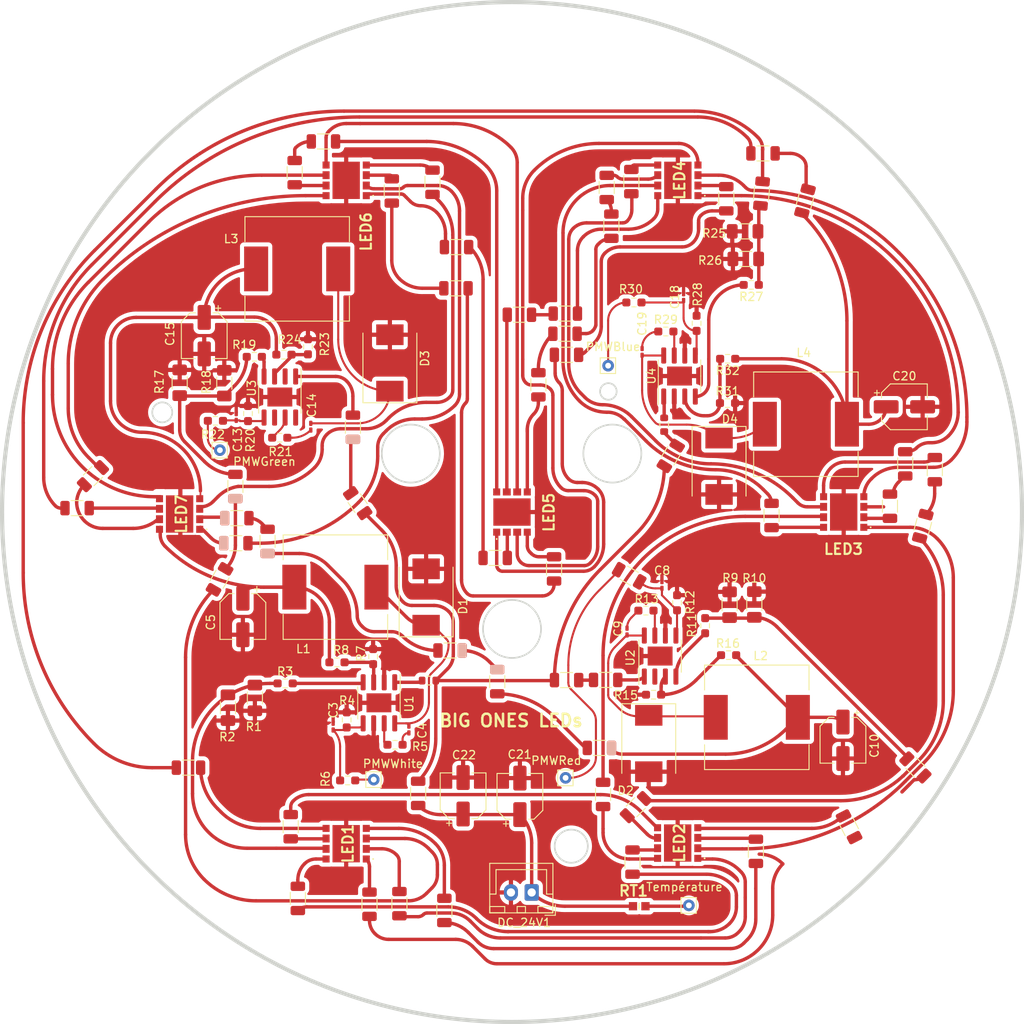
<source format=kicad_pcb>
(kicad_pcb (version 20211014) (generator pcbnew)
  (layers (0 "F.Cu" signal) (31 "B.Cu" signal) (34 "B.Paste" user) (35 "F.Paste" user) (36 "B.SilkS" user "B.Silkscreen") (37 "F.SilkS" user "F.Silkscreen") (38 "B.Mask" user) (39 "F.Mask" user) (44 "Edge.Cuts" user))
  (net 0 "")
  (net 1 "Vin")
  (net 2 "Net-(C3-Pad1)")
  (net 3 "Net-(C4-Pad1)")
  (net 4 "Net-(C4-Pad2)")
  (net 5 "White+")
  (net 6 "Net-(C8-Pad1)")
  (net 7 "Net-(C9-Pad1)")
  (net 8 "Net-(C9-Pad2)")
  (net 9 "RED+")
  (net 10 "Net-(C13-Pad1)")
  (net 11 "Net-(C14-Pad1)")
  (net 12 "Net-(C14-Pad2)")
  (net 13 "Green+")
  (net 14 "Net-(C18-Pad1)")
  (net 15 "Net-(C19-Pad1)")
  (net 16 "Net-(C19-Pad2)")
  (net 17 "Blue+")
  (net 18 "GND")
  (net 19 "RED-")
  (net 20 "Net-(LED1-PadP2)")
  (net 21 "Green-")
  (net 22 "Net-(LED1-PadP4)")
  (net 23 "Blue-")
  (net 24 "Net-(LED1-PadP6)")
  (net 25 "White-")
  (net 26 "Net-(LED1-PadP8)")
  (net 27 "Net-(LED2-PadP2)")
  (net 28 "Net-(LED2-PadP4)")
  (net 29 "Net-(LED2-PadP6)")
  (net 30 "Net-(LED2-PadP8)")
  (net 31 "Net-(LED3-PadP2)")
  (net 32 "Net-(LED3-PadP4)")
  (net 33 "Net-(LED3-PadP6)")
  (net 34 "Net-(LED3-PadP8)")
  (net 35 "Net-(LED4-PadP2)")
  (net 36 "Net-(LED4-PadP4)")
  (net 37 "Net-(LED4-PadP6)")
  (net 38 "Net-(LED4-PadP8)")
  (net 39 "Net-(LED5-PadP2)")
  (net 40 "Net-(LED5-PadP4)")
  (net 41 "Net-(LED5-PadP6)")
  (net 42 "Net-(LED5-PadP8)")
  (net 43 "Net-(LED6-PadP2)")
  (net 44 "Net-(LED6-PadP4)")
  (net 45 "Net-(LED6-PadP6)")
  (net 46 "Net-(LED6-PadP8)")
  (net 47 "PMWBlue")
  (net 48 "PMWGreen")
  (net 49 "PMWRed")
  (net 50 "PMWWhite")
  (net 51 "Net-(R3-Pad2)")
  (net 52 "Net-(R5-Pad2)")
  (net 53 "OVP")
  (net 54 "Net-(R11-Pad2)")
  (net 55 "Net-(R13-Pad2)")
  (net 56 "Net-(R19-Pad2)")
  (net 57 "Net-(R21-Pad2)")
  (net 58 "Net-(R27-Pad2)")
  (net 59 "Net-(R29-Pad2)")
  (net 60 "Net-(RT1-Pad2)")
  (footprint "Resistor_SMD:R_0603_1608Metric_Pad0.98x0.95mm_HandSolder" (layer "F.Cu") (at 108.92 81.28)
    (fp_text reference "R19")
    (fp_text value "1k" hide)
  )
  (footprint "Resistor_SMD:R_0603_1608Metric_Pad0.98x0.95mm_HandSolder" (layer "F.Cu") (at 118.89 118.13)
    (fp_text reference "R8")
    (fp_text value "11k" hide)
  )
  (footprint "Resistor_SMD:R_1206_3216Metric" (layer "F.Cu") (at 189.54 101.72 75)
    (fp_text reference "R0_1" hide)
    (fp_text value "R_1206_3216Metric" hide)
  )
  (footprint "Connector_Pin:Pin_D0.7mm_L6.5mm_W1.8mm_FlatFork" (layer "F.Cu") (at 161.33 147.44)
    (fp_text reference "Température")
    (fp_text value "Conn_01x01" hide)
  )
  (footprint "AComposantPROJOLEDs:LEDs" (layer "F.Cu") (at 99.91 100.24 90)
    (fp_text reference "LED7")
    (fp_text value "LERTDUWS2WM-JBLA-1+LBMA-P+4V5A-P+MBNA-CQ" hide)
  )
  (footprint "Resistor_SMD:R_1206_3216Metric" (layer "F.Cu") (at 140.89 76.21 180)
    (fp_text reference "R14" hide)
    (fp_text value "0" hide)
  )
  (footprint "Diode_SMD:D_SMC" (layer "F.Cu") (at 125.27 82.02 90)
    (fp_text reference "D3")
    (fp_text value "B360" hide)
  )
  (footprint "Resistor_SMD:R_1206_3216Metric" (layer "F.Cu") (at 130.41 60.23 -90)
    (fp_text reference "R14" hide)
    (fp_text value "0" hide)
  )
  (footprint "Resistor_SMD:R_1206_3216Metric" (layer "F.Cu") (at 131.84 148.0475 90)
    (fp_text reference "R0_1" hide)
    (fp_text value "R_1206_3216Metric" hide)
  )
  (footprint "Capacitor_SMD:C_0201_0603Metric_Pad0.64x0.40mm_HandSolder" (layer "F.Cu") (at 155.69 80.69 -90)
    (fp_text reference "C19")
    (fp_text value "0.1µF" hide)
  )
  (footprint "AComposantPROJOLEDs:LEDs" (layer "F.Cu") (at 180 100 90)
    (fp_text reference "LED3")
    (fp_text value "LERTDUWS2WM-JBLA-1+LBMA-P+4V5A-P+MBNA-CQ" hide)
  )
  (footprint "Resistor_SMD:R_1206_3216Metric" (layer "F.Cu") (at 146.39 78.5)
    (fp_text reference "R14" hide)
    (fp_text value "0" hide)
  )
  (footprint "AComposantPROJOLEDs:LEDs" (layer "F.Cu") (at 160 60 90)
    (fp_text reference "LED4")
    (fp_text value "LERTDUWS2WM-JBLA-1+LBMA-P+4V5A-P+MBNA-CQ" hide)
  )
  (footprint "Resistor_SMD:R_0603_1608Metric_Pad0.98x0.95mm_HandSolder" (layer "F.Cu") (at 168.85 72.61 180)
    (fp_text reference "R27")
    (fp_text value "1k" hide)
  )
  (footprint "Resistor_SMD:R_0603_1608Metric_Pad0.98x0.95mm_HandSolder" (layer "F.Cu") (at 120.06 125.07 -90)
    (fp_text reference "R4")
    (fp_text value "10k" hide)
  )
  (footprint "Resistor_SMD:R_0603_1608Metric_Pad0.98x0.95mm_HandSolder" (layer "F.Cu") (at 154.7 74.73 180)
    (fp_text reference "R30")
    (fp_text value "0" hide)
  )
  (footprint "Resistor_SMD:R_1206_3216Metric_Pad1.30x1.75mm_HandSolder" (layer "F.Cu") (at 169.22 111.15 -90)
    (fp_text reference "R10")
    (fp_text value "400m" hide)
  )
  (footprint "Resistor_SMD:R_1206_3216Metric" (layer "F.Cu") (at 106.81 100.74)
    (fp_text reference "R0_4" hide)
    (fp_text value "R_1206_3216Metric" hide)
  )
  (footprint "Diode_SMD:D_SMC" (layer "F.Cu") (at 164.97 94.48 -90)
    (fp_text reference "D4")
    (fp_text value "B360" hide)
  )
  (footprint "Resistor_SMD:R_0603_1608Metric_Pad0.98x0.95mm_HandSolder" (layer "F.Cu") (at 125.89 128.07 180)
    (fp_text reference "R5")
    (fp_text value "10" hide)
  )
  (footprint "Resistor_SMD:R_1206_3216Metric_Pad1.30x1.75mm_HandSolder" (layer "F.Cu") (at 108.99 122.42 90)
    (fp_text reference "R1")
    (fp_text value "250m" hide)
  )
  (footprint "Resistor_SMD:R_1206_3216Metric_Pad1.30x1.75mm_HandSolder" (layer "F.Cu") (at 166.24 111.18 -90)
    (fp_text reference "R9")
    (fp_text value "400m" hide)
  )
  (footprint "Connector_Pin:Pin_D0.7mm_L6.5mm_W1.8mm_FlatFork" (layer "F.Cu") (at 123.32 132.27)
    (fp_text reference "PMWWhite")
    (fp_text value "Conn_01x01" hide)
  )
  (footprint "Resistor_SMD:R_1206_3216Metric" (layer "F.Cu") (at 159.144993 93.23027 58)
    (fp_text reference "R14" hide)
    (fp_text value "0" hide)
  )
  (footprint "Resistor_SMD:R_0603_1608Metric_Pad0.98x0.95mm_HandSolder" (layer "F.Cu") (at 163.29 113.71 -90)
    (fp_text reference "R11")
    (fp_text value "1k" hide)
  )
  (footprint "Resistor_SMD:R_1206_3216Metric" (layer "F.Cu") (at 154.39 60.15 90)
    (fp_text reference "R14" hide)
    (fp_text value "0" hide)
  )
  (footprint "Resistor_SMD:R_1206_3216Metric" (layer "F.Cu") (at 89.46 95.67 45)
    (fp_text reference "R0_1" hide)
    (fp_text value "R_1206_3216Metric" hide)
  )
  (footprint "Resistor_SMD:R_0603_1608Metric_Pad0.98x0.95mm_HandSolder" (layer "F.Cu") (at 158.55 78.23)
    (fp_text reference "R29")
    (fp_text value "10" hide)
  )
  (footprint "Resistor_SMD:R_0603_1608Metric" (layer "F.Cu") (at 158.35 89.47 90)
    (fp_text reference "REF**" hide)
    (fp_text value "R_0603_1608Metric" hide)
  )
  (footprint "Resistor_SMD:R_1206_3216Metric" (layer "F.Cu") (at 151.98 65.53 -90)
    (fp_text reference "R14" hide)
    (fp_text value "0" hide)
  )
  (footprint "Resistor_SMD:R_0603_1608Metric_Pad0.98x0.95mm_HandSolder" (layer "F.Cu") (at 166.12 117.26 180)
    (fp_text reference "R16")
    (fp_text value "11k" hide)
  )
  (footprint "Diode_SMD:D_SMC" (layer "F.Cu") (at 156.49 127.92 -90)
    (fp_text reference "D2")
    (fp_text value "B560" hide)
  )
  (footprint "Resistor_SMD:R_0603_1608Metric_Pad0.98x0.95mm_HandSolder" (layer "F.Cu") (at 165.99 86.86)
    (fp_text reference "R31")
    (fp_text value "10k" hide)
  )
  (footprint "Capacitor_SMD:CP_Elec_5x5.4" (layer "F.Cu") (at 107.54 112.6 -90)
    (fp_text reference "C5")
    (fp_text value "4.7µF" hide)
  )
  (footprint "Resistor_SMD:R_1206_3216Metric" (layer "F.Cu") (at 143.18 84.66 -90)
    (fp_text reference "R14" hide)
    (fp_text value "0" hide)
  )
  (footprint "Resistor_SMD:R_1206_3216Metric" (layer "F.Cu") (at 117.2575 55.31 180)
    (fp_text reference "R14" hide)
    (fp_text value "0" hide)
  )
  (footprint "Connector_Pin:Pin_D0.7mm_L6.5mm_W1.8mm_FlatFork" (layer "F.Cu") (at 104.77 92.54)
    (fp_text reference "PMWGreen")
    (fp_text value "Conn_01x01" hide)
  )
  (footprint "Resistor_SMD:R_1206_3216Metric" (layer "F.Cu") (at 146.43 76.07 180)
    (fp_text reference "R14" hide)
    (fp_text value "0" hide)
  )
  (footprint "Resistor_SMD:R_1206_3216Metric" (layer "F.Cu") (at 175.33 62.5 75)
    (fp_text reference "R14" hide)
    (fp_text value "0" hide)
  )
  (footprint "Resistor_SMD:R_1206_3216Metric" (layer "F.Cu") (at 121.39 98.93 -55)
    (fp_text reference "R0_2" hide)
    (fp_text value "R_1206_3216Metric" hide)
  )
  (footprint "Resistor_SMD:R_1206_3216Metric" (layer "F.Cu") (at 137.97 105.54 180)
    (fp_text reference "R14" hide)
    (fp_text value "0" hide)
  )
  (footprint "Resistor_SMD:R_0603_1608Metric_Pad0.98x0.95mm_HandSolder" (layer "F.Cu") (at 162.26 77.24 -90)
    (fp_text reference "R28")
    (fp_text value "10k" hide)
  )
  (footprint "Resistor_SMD:R_1206_3216Metric" (layer "F.Cu") (at 187.42 94.19 90)
    (fp_text reference "R0_1" hide)
    (fp_text value "R_1206_3216Metric" hide)
  )
  (footprint "Resistor_SMD:R_1206_3216Metric_Pad1.30x1.75mm_HandSolder" (layer "F.Cu") (at 168.11 66.15)
    (fp_text reference "R25")
    (fp_text value "250m" hide)
  )
  (footprint "Resistor_SMD:R_0603_1608Metric_Pad0.98x0.95mm_HandSolder" (layer "F.Cu") (at 108.16 88.12 -90)
    (fp_text reference "R20")
    (fp_text value "10k" hide)
  )
  (footprint "Resistor_SMD:R_1206_3216Metric" (layer "F.Cu") (at 146.57 81.04 180)
    (fp_text reference "R14" hide)
    (fp_text value "0" hide)
  )
  (footprint "Resistor_SMD:R_1206_3216Metric" (layer "F.Cu") (at 185.58 99.3 90)
    (fp_text reference "R0_1" hide)
    (fp_text value "R_1206_3216Metric" hide)
  )
  (footprint "Connector_Pin:Pin_D0.7mm_L6.5mm_W1.8mm_FlatFork" (layer "F.Cu") (at 151.59 82.35)
    (fp_text reference "PMWBlue")
    (fp_text value "Conn_01x01" hide)
  )
  (footprint "Resistor_SMD:R_1206_3216Metric" (layer "F.Cu") (at 106.64 96.92 90)
    (fp_text reference "R0_3" hide)
    (fp_text value "R_1206_3216Metric" hide)
  )
  (footprint "Resistor_SMD:R_0603_1608Metric_Pad0.98x0.95mm_HandSolder" (layer "F.Cu") (at 156.15 111.89)
    (fp_text reference "R13")
    (fp_text value "10" hide)
  )
  (footprint "Capacitor_SMD:CP_Elec_5x5.4" (layer "F.Cu") (at 179.91 127.53 -90)
    (fp_text reference "C10")
    (fp_text value "4.7µF" hide)
  )
  (footprint "Resistor_SMD:R_1206_3216Metric" (layer "F.Cu") (at 154.53 142.22 90)
    (fp_text reference "R0_1" hide)
    (fp_text value "R_1206_3216Metric" hide)
  )
  (footprint "Resistor_SMD:R_1206_3216Metric" (layer "F.Cu") (at 150.98 134.06 90)
    (fp_text reference "R0_1" hide)
    (fp_text value "R_1206_3216Metric" hide)
  )
  (footprint "Resistor_SMD:R_1206_3216Metric" (layer "F.Cu") (at 106.69 103.76)
    (fp_text reference "R0_4" hide)
    (fp_text value "R_1206_3216Metric" hide)
  )
  (footprint "Resistor_SMD:R_1206_3216Metric_Pad1.30x1.75mm_HandSolder" (layer "F.Cu") (at 105.3 84.46 -90)
    (fp_text reference "R18")
    (fp_text value "250m" hide)
  )
  (footprint "Package_SO:SOIC-8-1EP_3.9x4.9mm_P1.27mm_EP2.29x3mm" (layer "F.Cu") (at 123.95 123.01 -90)
    (fp_text reference "U1")
    (fp_text value "MPQ24833-BGN-AEC1-P" hide)
  )
  (footprint "Capacitor_SMD:CP_Elec_5x5.4" (layer "F.Cu") (at 134.1 134.22 90)
    (fp_text reference "C22")
    (fp_text value "4.7µF" hide)
  )
  (footprint "Capacitor_SMD:C_0201_0603Metric_Pad0.64x0.40mm_HandSolder" (layer "F.Cu") (at 106.74 88.54 90)
    (fp_text reference "C13")
    (fp_text value "NC" hide)
  )
  (footprint "AComposantPROJOLEDs:THRMC1608X95N" (layer "F.Cu") (at 155.34 147.54)
    (fp_text reference "RT1")
    (fp_text value "NCP18XH103F03RB" hide)
  )
  (footprint "Resistor_SMD:R_0603_1608Metric_Pad0.98x0.95mm_HandSolder" (layer "F.Cu") (at 111.99 91.04 180)
    (fp_text reference "R21")
    (fp_text value "10" hide)
  )
  (footprint "Resistor_SMD:R_0603_1608Metric_Pad0.98x0.95mm_HandSolder" (layer "F.Cu") (at 166.01 81.52 180)
    (fp_text reference "R32")
    (fp_text value "11k" hide)
  )
  (footprint "Inductor_SMD:L_12x12mm_H8mm" (layer "F.Cu") (at 175.44 89.41)
    (fp_text reference "L4")
    (fp_text value "22µH" hide)
  )
  (footprint "Resistor_SMD:R_1206_3216Metric" (layer "F.Cu") (at 120.81 89.78 90)
    (fp_text reference "R0_3" hide)
    (fp_text value "R_1206_3216Metric" hide)
  )
  (footprint "Resistor_SMD:R_1206_3216Metric" (layer "F.Cu") (at 133.24 73.02 180)
    (fp_text reference "R14" hide)
    (fp_text value "0" hide)
  )
  (footprint "Resistor_SMD:R_0603_1608Metric_Pad0.98x0.95mm_HandSolder" (layer "F.Cu") (at 112.49 81.02)
    (fp_text reference "R24")
    (fp_text value "11k" hide)
  )
  (footprint "Capacitor_SMD:C_0201_0603Metric_Pad0.64x0.40mm_HandSolder" (layer "F.Cu") (at 160.69 74.08 90)
    (fp_text reference "C18")
    (fp_text value "NC" hide)
  )
  (footprint "Resistor_SMD:R_0603_1608Metric_Pad0.98x0.95mm_HandSolder" (layer "F.Cu") (at 157.07 122.03 180)
    (fp_text reference "R15")
    (fp_text value "10k" hide)
  )
  (footprint "Resistor_SMD:R_0603_1608Metric" (layer "F.Cu") (at 129.98 120.33 180)
    (fp_text reference "REF**" hide)
    (fp_text value "R_0603_1608Metric" hide)
  )
  (footprint "Resistor_SMD:R_1206_3216Metric" (layer "F.Cu") (at 110.52 103.54 90)
    (fp_text reference "R0_3" hide)
    (fp_text value "R_1206_3216Metric" hide)
  )
  (footprint "Resistor_SMD:R_0603_1608Metric_Pad0.98x0.95mm_HandSolder" (layer "F.Cu") (at 112.64 120.67)
    (fp_text reference "R3")
    (fp_text value "1k" hide)
  )
  (footprint "Resistor_SMD:R_0603_1608Metric_Pad0.98x0.95mm_HandSolder" (layer "F.Cu") (at 123.25 117.44 90)
    (fp_text reference "R7")
    (fp_text value "10k" hide)
  )
  (footprint "Resistor_SMD:R_1206_3216Metric" (layer "F.Cu") (at 122.81 147.3 90)
    (fp_text reference "R0_1" hide)
    (fp_text value "R_1206_3216Metric" hide)
  )
  (footprint "Resistor_SMD:R_1206_3216Metric" (layer "F.Cu") (at 145.07 106.86 90)
    (fp_text reference "R14" hide)
    (fp_text value "0" hide)
  )
  (footprint "Capacitor_SMD:CP_Elec_5x5.4" (layer "F.Cu") (at 140.95 134.29 90)
    (fp_text reference "C21")
    (fp_text value "4.7µF" hide)
  )
  (footprint "Resistor_SMD:R_1206_3216Metric" (layer "F.Cu") (at 133.31 68.05 180)
    (fp_text reference "R14" hide)
    (fp_text value "0" hide)
  )
  (footprint "Resistor_SMD:R_1206_3216Metric" (layer "F.Cu") (at 125.5 61.28 -90)
    (fp_text reference "R14" hide)
    (fp_text value "0" hide)
  )
  (footprint "Connector_Pin:Pin_D0.7mm_L6.5mm_W1.8mm_FlatFork" (layer "F.Cu") (at 146.46 132.06)
    (fp_text reference "PMWRed")
    (fp_text value "Conn_01x01" hide)
  )
  (footprint "Capacitor_SMD:CP_Elec_5x5.4" (layer "F.Cu") (at 187.32 87.31)
    (fp_text reference "C20")
    (fp_text value "4.7µF" hide)
  )
  (footprint "Capacitor_SMD:C_0201_0603Metric_Pad0.64x0.40mm_HandSolder" (layer "F.Cu") (at 158.08 108.8 90)
    (fp_text reference "C8")
    (fp_text value "NC" hide)
  )
  (footprint "Resistor_SMD:R_1206_3216Metric" (layer "F.Cu") (at 126.42 147.23 90)
    (fp_text reference "R0_1" hide)
    (fp_text value "R_1206_3216Metric" hide)
  )
  (footprint "Resistor_SMD:R_1206_3216Metric" (layer "F.Cu") (at 113.31 137.95 90)
    (fp_text reference "R0_1" hide)
    (fp_text value "R_1206_3216Metric" hide)
  )
  (footprint "Resistor_SMD:R_1206_3216Metric" (layer "F.Cu") (at 138.22 120.46 -90)
    (fp_text reference "R0_3" hide)
    (fp_text value "R_1206_3216Metric" hide)
  )
  (footprint "Connector_JST:JST_XH_B2B-XH-A_1x02_P2.50mm_Vertical" (layer "F.Cu") (at 142.37 145.88 180)
    (fp_text reference "DC_24V1")
    (fp_text value "Conn_01x02" hide)
  )
  (footprint "Resistor_SMD:R_1206_3216Metric" (layer "F.Cu") (at 87.55 99.53)
    (fp_text reference "R0_1" hide)
    (fp_text value "R_1206_3216Metric" hide)
  )
  (footprint "Resistor_SMD:R_1206_3216Metric" (layer "F.Cu") (at 171.3 100.42 90)
    (fp_text reference "R0_1" hide)
    (fp_text value "R_1206_3216Metric" hide)
  )
  (footprint "Resistor_SMD:R_0603_1608Metric_Pad0.98x0.95mm_HandSolder" (layer "F.Cu") (at 115.39 80.07 90)
    (fp_text reference "R23")
    (fp_text value "10k" hide)
  )
  (footprint "Resistor_SMD:R_1206_3216Metric" (layer "F.Cu") (at 114.17 146.6 90)
    (fp_text reference "R0_1" hide)
    (fp_text value "R_1206_3216Metric" hide)
  )
  (footprint "Resistor_SMD:R_1206_3216Metric_Pad1.30x1.75mm_HandSolder" (layer "F.Cu") (at 99.92 84.41 -90)
    (fp_text reference "R17")
    (fp_text value "250m" hide)
  )
  (footprint "Resistor_SMD:R_0603_1608Metric_Pad0.98x0.95mm_HandSolder" (layer "F.Cu") (at 104.23 89 180)
    (fp_text reference "R22")
    (fp_text value "0" hide)
  )
  (footprint "Resistor_SMD:R_0603_1608Metric_Pad0.98x0.95mm_HandSolder" (layer "F.Cu") (at 120.18 132.37)
    (fp_text reference "R6")
    (fp_text value "0" hide)
  )
  (footprint "Resistor_SMD:R_1206_3216Metric" (layer "F.Cu") (at 100.98 130.83 180)
    (fp_text reference "R0_1" hide)
    (fp_text value "R_1206_3216Metric" hide)
  )
  (footprint "Inductor_SMD:L_12x12mm_H8mm" (layer "F.Cu") (at 169.52 124.76)
    (fp_text reference "L2")
    (fp_text value "22µH" hide)
  )
  (footprint "Resistor_SMD:R_1206_3216Metric" (layer "F.Cu") (at 154.93 135.59 45)
    (fp_text reference "R0_1" hide)
    (fp_text value "R_1206_3216Metric" hide)
  )
  (footprint "Resistor_SMD:R_1206_3216Metric" (layer "F.Cu") (at 169.41 140.92 90)
    (fp_text reference "R0_1" hide)
    (fp_text value "R_1206_3216Metric" hide)
  )
  (footprint "Resistor_SMD:R_1206_3216Metric" (layer "F.Cu") (at 146.58 120.27 180)
    (fp_text reference "R0_1" hide)
    (fp_text value "R_1206_3216Metric" hide)
  )
  (footprint "AComposantPROJOLEDs:LEDs" (layer "F.Cu") (at 120 140 90)
    (fp_text reference "LED1")
    (fp_text value "LERTDUWS2WM-JBLA-1+LBMA-P+4V5A-P+MBNA-CQ" hide)
  )
  (footprint "Package_SO:SOIC-8-1EP_3.9x4.9mm_P1.27mm_EP2.29x3mm" (layer "F.Cu") (at 160.2 83.6 90)
    (fp_text reference "U4")
    (fp_text value "MPQ24833-BGN-AEC1-P" hide)
  )
  (footprint "Resistor_SMD:R_1206_3216Metric" (layer "F.Cu") (at 180.65 137.96 -63)
    (fp_text reference "R0_1" hide)
    (fp_text value "R_1206_3216Metric" hide)
  )
  (footprint "Diode_SMD:D_SMC" (layer "F.Cu") (at 129.64 110.25 90)
    (fp_text reference "D1")
    (fp_text value "B360" hide)
  )
  (footprint "Inductor_SMD:L_12x12mm_H8mm" (layer "F.Cu") (at 118.7 109.06 180)
    (fp_text reference "L1")
    (fp_text value "22µH" hide)
  )
  (footprint "Resistor_SMD:R_1206_3216Metric" (layer "F.Cu") (at 104.73 108.12 60)
    (fp_text reference "R0_2" hide)
    (fp_text value "R_1206_3216Metric" hide)
  )
  (footprint "Resistor_SMD:R_1206_3216Metric" (layer "F.Cu") (at 128.68 133.93 90)
    (fp_text reference "R0_1" hide)
    (fp_text value "R_1206_3216Metric" hide)
  )
  (footprint "Resistor_SMD:R_1206_3216Metric" (layer "F.Cu") (at 188.65 130.8 135)
    (fp_text reference "R0_1" hide)
    (fp_text value "R_1206_3216Metric" hide)
  )
  (footprint "Resistor_SMD:R_1206_3216Metric" (layer "F.Cu") (at 150.54 128.45 180)
    (fp_text reference "R0_3" hide)
    (fp_text value "R_1206_3216Metric" hide)
  )
  (footprint "Capacitor_SMD:C_0201_0603Metric_Pad0.64x0.40mm_HandSolder" (layer "F.Cu") (at 153.87 114.42 -90)
    (fp_text reference "C9")
    (fp_text value "0.1µF" hide)
  )
  (footprint "Resistor_SMD:R_1206_3216Metric" (layer "F.Cu") (at 165.84 62.22 -90)
    (fp_text reference "R14" hide)
    (fp_text value "0" hide)
  )
  (footprint "Resistor_SMD:R_1206_3216Metric" (layer "F.Cu") (at 132.53 116.7 180)
    (fp_text reference "R0_3" hide)
    (fp_text value "R_1206_3216Metric" hide)
  )
  (footprint "Capacitor_SMD:CP_Elec_5x5.4" (layer "F.Cu") (at 102.88 78.73 -90)
    (fp_text reference "C15")
    (fp_text value "4.7µF" hide)
  )
  (footprint "Resistor_SMD:R_1206_3216Metric" (layer "F.Cu") (at 113.79 59.07 -90)
    (fp_text reference "R14" hide)
    (fp_text value "0" hide)
  )
  (footprint "AComposantPROJOLEDs:LEDs" (layer "F.Cu") (at 120 60 90)
    (fp_text reference "LED6")
    (fp_text value "LERTDUWS2WM-JBLA-1+LBMA-P+4V5A-P+MBNA-CQ" hide)
  )
  (footprint "Resistor_SMD:R_1206_3216Metric" (layer "F.Cu") (at 170.09 61.6 85)
    (fp_text reference "R14" hide)
    (fp_text value "0" hide)
  )
  (footprint "Package_SO:SOIC-8-1EP_3.9x4.9mm_P1.27mm_EP2.29x3mm" (layer "F.Cu") (at 112 86.13 -90)
    (fp_text reference "U3")
    (fp_text value "MPQ24833-BGN-AEC1-P" hide)
  )
  (footprint "AComposantPROJOLEDs:LEDs" (layer "F.Cu") (at 159.9775 139.92 90)
    (fp_text reference "LED2")
    (fp_text value "LERTDUWS2WM-JBLA-1+LBMA-P+4V5A-P+MBNA-CQ" hide)
  )
  (footprint "Resistor_SMD:R_1206_3216Metric" (layer "F.Cu") (at 190.99 94.89 90)
    (fp_text reference "R0_1" hide)
    (fp_text value "R_1206_3216Metric" hide)
  )
  (footprint "Capacitor_SMD:C_0201_0603Metric_Pad0.64x0.40mm_HandSolder" (layer "F.Cu") (at 115.73 89.71 90)
    (fp_text reference "C14")
    (fp_text value "0.1µF" hide)
  )
  (footprint "AComposantPROJOLEDs:LEDs" (layer "F.Cu") (at 139.995 100.005)
    (fp_text reference "LED5")
    (fp_text value "LERTDUWS2WM-JBLA-1+LBMA-P+4V5A-P+MBNA-CQ" hide)
  )
  (footprint "Resistor_SMD:R_0603_1608Metric_Pad0.98x0.95mm_HandSolder" (layer "F.Cu") (at 159.9 110.94 -90)
    (fp_text reference "R12")
    (fp_text value "10k" hide)
  )
  (footprint "Capacitor_SMD:C_0201_0603Metric_Pad0.64x0.40mm_HandSolder" (layer "F.Cu") (at 127.56 126.23 90)
    (fp_text reference "C4")
    (fp_text value "0.1µF" hide)
  )
  (footprint "Resistor_SMD:R_1206_3216Metric" (layer "F.Cu") (at 151.29 120.25 180)
    (fp_text reference "R0_1" hide)
    (fp_text value "R_1206_3216Metric" hide)
  )
  (footprint "Resistor_SMD:R_1206_3216Metric_Pad1.30x1.75mm_HandSolder" (layer "F.Cu") (at 168.19 69.48)
    (fp_text reference "R26")
    (fp_text value "250m" hide)
  )
  (footprint "Inductor_SMD:L_12x12mm_H8mm" (layer "F.Cu") (at 114.09 70.68 180)
    (fp_text reference "L3")
    (fp_text value "22µH")
  )
  (footprint "Resistor_SMD:R_1206_3216Metric_Pad1.30x1.75mm_HandSolder" (layer "F.Cu") (at 105.74 123.6 90)
    (fp_text reference "R2")
    (fp_text value "250m" hide)
  )
  (footprint "Package_SO:SOIC-8-1EP_3.9x4.9mm_P1.27mm_EP2.29x3mm" (layer "F.Cu") (at 157.86 117.37 90)
    (fp_text reference "U2")
    (fp_text value "MPQ24833-BGN-AEC1-P" hide)
  )
  (footprint "Capacitor_SMD:C_0201_0603Metric_Pad0.64x0.40mm_HandSolder" (layer "F.Cu") (at 118.43 125.88 90)
    (fp_text reference "C3")
    (fp_text value "NC" hide)
  )
  (footprint "Resistor_SMD:R_1206_3216Metric" (layer "F.Cu") (at 154.13 107.69 150)
    (fp_text reference "R14" hide)
    (fp_text value "0" hide)
  )
  (footprint "Resistor_SMD:R_1206_3216Metric" (layer "F.Cu") (at 151.42 60.86 90)
    (fp_text reference "R14" hide)
    (fp_text value "0" hide)
  )
  (footprint "Resistor_SMD:R_1206_3216Metric" (layer "F.Cu") (at 170.27 56.75)
    (fp_text reference "R14" hide)
    (fp_text value "0" hide)
  )
  (gr_circle (center 127.789 92.95) (end 131.289 92.95) (layer "Edge.Cuts") (width 0.2) (fill none))
  (gr_circle (center 151.62 85.46) (end 152.62 85.46) (layer "Edge.Cuts") (width 0.2) (fill none))
  (gr_circle (center 97.82 87.98) (end 96.74 87.44) (layer "Edge.Cuts") (width 0.2) (fill none))
  (gr_circle (center 152.1 92.95) (end 155.6 92.95) (layer "Edge.Cuts") (width 0.2) (fill none))
  (gr_circle (center 140 100) (end 201.5 100) (layer "Edge.Cuts") (width 0.5) (fill none))
  (gr_circle (center 147.14 140.3) (end 149.14 140.3) (layer "Edge.Cuts") (width 0.2) (fill none))
  (gr_circle (center 140 114.1) (end 143.5 114.1) (layer "Edge.Cuts") (width 0.2) (fill none))
  (gr_text "BIG ONES LEDs" (at 139.88 125.15) (layer "F.SilkS") (effects (font (size 1.5 1.5) (thickness 0.3))))
  (segment (start 158.35 88.645) (end 158.35 86.207781) (width 0.41) (layer "F.Cu") (net 1))
  (segment (start 147.7225 120.28) (end 149.755074 120.28) (width 0.41) (layer "F.Cu") (net 1))
  (segment (start 130.805 120.33) (end 130.805 127.337297) (width 0.41) (layer "F.Cu") (net 1))
  (segment (start 126.03 108.864488) (end 126.03 106.43) (width 0.41) (layer "F.Cu") (net 1))
  (segment (start 132.92 117.23) (end 132.92 113.313675) (width 0.41) (layer "F.Cu") (net 1))
  (segment (start 140.95 136.49) (end 131.329599 136.49) (width 0.41) (layer "F.Cu") (net 1))
  (segment (start 130.805 120.33) (end 132.223499 118.911501) (width 0.41) (layer "F.Cu") (net 1))
  (segment (start 154.977244 120.25) (end 152.7525 120.25) (width 0.41) (layer "F.Cu") (net 1))
  (segment (start 130.593482 111.27) (end 127.926396 111.27) (width 0.41) (layer "F.Cu") (net 1))
  (segment (start 120.551144 97.73199) (end 120.551144 91.867433) (width 0.41) (layer "F.Cu") (net 1))
  (segment (start 142.37 145.88) (end 142.37 139.918183) (width 0.41) (layer "F.Cu") (net 1))
  (segment (start 146.377594 147.54) (end 154.59 147.54) (width 0.41) (layer "F.Cu") (net 1))
  (segment (start 150.631165 106.958835) (end 155.0116 102.5784) (width 0.41) (layer "F.Cu") (net 1))
  (segment (start 124.261635 102.160789) (end 122.228856 100.12801) (width 0.41) (layer "F.Cu") (net 1))
  (segment (start 113.917071 83.65) (end 118.722183 83.65) (width 0.41) (layer "F.Cu") (net 1))
  (segment (start 125.855 120.535) (end 128.660087 120.535) (width 0.41) (layer "F.Cu") (net 1))
  (segment (start 120.81 86.034802) (end 120.81 88.3175) (width 0.41) (layer "F.Cu") (net 1))
  (segment (start 158.438388 90.508389) (end 159.92 91.99) (width 0.41) (layer "F.Cu") (net 1))
  (segment (start 130.805 120.33) (end 144.67679 120.33) (width 0.41) (layer "F.Cu") (net 1))
  (arc (start 144.67679 120.33) (mid 144.742118 120.317005) (end 144.7975 120.28) (width 0.41) (layer "F.Cu") (net 1))
  (arc (start 155.955 119.845) (mid 155.506402 120.144744) (end 154.977244 120.25) (width 0.41) (layer "F.Cu") (net 1))
  (arc (start 142.37 139.918183) (mid 142.000954 138.062864) (end 140.95 136.49) (width 0.41) (layer "F.Cu") (net 1))
  (arc (start 132.223499 118.911501) (mid 132.738985 118.140022) (end 132.92 117.23) (width 0.41) (layer "F.Cu") (net 1))
  (arc (start 126.03 106.43) (mid 125.570417 104.11952) (end 124.261635 102.160789) (width 0.41) (layer "F.Cu") (net 1))
  (arc (start 113.905 83.655) (mid 113.910538 83.651299) (end 113.917071 83.65) (width 0.41) (layer "F.Cu") (net 1))
  (arc (start 158.35 86.207781) (mid 158.335706 86.13592) (end 158.295 86.075) (width 0.41) (layer "F.Cu") (net 1))
  (arc (start 120.05 84.2) (mid 120.612482 85.041814) (end 120.81 86.034802) (width 0.41) (layer "F.Cu") (net 1))
  (arc (start 158.35 90.295) (mid 158.372971 90.410485) (end 158.438388 90.508389) (width 0.41) (layer "F.Cu") (net 1))
  (arc (start 128.660087 120.535) (mid 128.927932 120.481722) (end 129.155 120.33) (width 0.41) (layer "F.Cu") (net 1))
  (arc (start 118.722183 83.65) (mid 119.440792 83.792941) (end 120.05 84.2) (width 0.41) (layer "F.Cu") (net 1))
  (arc (start 145.1175 120.27) (mid 146.550455 113.066049) (end 150.631165 106.958835) (width 0.41) (layer "F.Cu") (net 1))
  (arc (start 142.37 145.88) (mid 144.2087 147.10858) (end 146.377594 147.54) (width 0.41) (layer "F.Cu") (net 1))
  (arc (start 126.84 110.82) (mid 126.240512 109.922804) (end 126.03 108.864488) (width 0.41) (layer "F.Cu") (net 1))
  (arc (start 130.805 127.337297) (mid 130.25273 130.113743) (end 128.68 132.4675) (width 0.41) (layer "F.Cu") (net 1))
  (arc (start 131.329599 136.49) (mid 129.895646 136.204769) (end 128.68 135.3925) (width 0.41) (layer "F.Cu") (net 1))
  (arc (start 127.926396 111.27) (mid 127.338443 111.153049) (end 126.84 110.82) (width 0.41) (layer "F.Cu") (net 1))
  (arc (start 155.0116 102.5784) (mid 157.49717 98.858482) (end 158.369986 94.47054) (width 0.41) (layer "F.Cu") (net 1))
  (arc (start 132.92 113.313675) (mid 132.779659 112.608131) (end 132.38 112.01) (width 0.41) (layer "F.Cu") (net 1))
  (arc (start 132.38 112.01) (mid 131.560339 111.462319) (end 130.593482 111.27) (width 0.41) (layer "F.Cu") (net 1))
  (arc (start 120.551144 91.867433) (mid 120.618418 91.529222) (end 120.81 91.2425) (width 0.41) (layer "F.Cu") (net 1))
  (arc (start 149.755074 120.28) (mid 149.794271 120.272203) (end 149.8275 120.25) (width 0.41) (layer "F.Cu") (net 1))
  (segment (start 120.06 125.9825) (end 121.5475 125.9825) (width 0.25) (layer "F.Cu") (net 2))
  (segment (start 118.43 126.2875) (end 119.755 126.2875) (width 0.25) (layer "F.Cu") (net 2))
  (segment (start 119.2675 128.309403) (end 119.2675 132.37) (width 0.25) (layer "F.Cu") (net 2))
  (arc (start 119.755 126.2875) (mid 119.970668 126.198168) (end 120.06 125.9825) (width 0.25) (layer "F.Cu") (net 2))
  (arc (start 121.5475 125.9825) (mid 121.899286 125.836786) (end 122.045 125.485) (width 0.25) (layer "F.Cu") (net 2))
  (arc (start 118.43 126.2875) (mid 119.049841 127.215157) (end 119.2675 128.309403) (width 0.25) (layer "F.Cu") (net 2))
  (segment (start 126.8025 128.07) (end 126.8025 127.395) (width 0.25) (layer "F.Cu") (net 3))
  (arc (start 126.8025 127.395) (mid 127.024367 126.859367) (end 127.56 126.6375) (width 0.25) (layer "F.Cu") (net 3))
  (segment (start 130.25 119.49) (end 131.331766 118.408234) (width 0.25) (layer "F.Cu") (net 4))
  (segment (start 132.095442 115.335441) (end 132.05 115.29) (width 0.25) (layer "F.Cu") (net 4))
  (segment (start 127.2225 125.485) (end 125.855 125.485) (width 0.25) (layer "F.Cu") (net 4))
  (segment (start 127.2225 125.485) (end 127.445 125.485) (width 0.25) (layer "F.Cu") (net 4))
  (segment (start 123.65 109.06) (end 127.25005 112.66005) (width 0.41) (layer "F.Cu") (net 4))
  (segment (start 129.98 122.95) (end 129.98 120.141837) (width 0.25) (layer "F.Cu") (net 4))
  (segment (start 132.05 115.29) (end 130.954472 114.194472) (width 0.25) (layer "F.Cu") (net 4))
  (arc (start 132.35 115.95) (mid 132.283842 115.617403) (end 132.095442 115.335441) (width 0.25) (layer "F.Cu") (net 4))
  (arc (start 127.25005 112.66005) (mid 128.346568 113.39272) (end 129.64 113.65) (width 0.41) (layer "F.Cu") (net 4))
  (arc (start 131.331766 118.408234) (mid 132.08537 117.280387) (end 132.35 115.95) (width 0.25) (layer "F.Cu") (net 4))
  (arc (start 127.445 125.485) (mid 129.237516 124.742516) (end 129.98 122.95) (width 0.25) (layer "F.Cu") (net 4))
  (arc (start 130.954472 114.194472) (mid 130.351387 113.791504) (end 129.64 113.65) (width 0.25) (layer "F.Cu") (net 4))
  (arc (start 127.56 125.8225) (mid 127.461149 125.583851) (end 127.2225 125.485) (width 0.25) (layer "F.Cu") (net 4))
  (arc (start 129.98 120.141837) (mid 130.050171 119.789066) (end 130.25 119.49) (width 0.25) (layer "F.Cu") (net 4))
  (segment (start 110.076214 109.06) (end 113.75 109.06) (width 0.41) (layer "F.Cu") (net 5))
  (segment (start 97.575 101.845) (end 97.575 102.731828) (width 0.41) (layer "F.Cu") (net 5))
  (segment (start 117.9775 118.13) (end 117.9775 113.2875) (width 0.41) (layer "F.Cu") (net 5))
  (segment (start 113.75 109.06) (end 108.88 109.06) (width 0.41) (layer "F.Cu") (net 5))
  (arc (start 108.88 109.06) (mid 107.932477 109.452477) (end 107.54 110.4) (width 0.41) (layer "F.Cu") (net 5))
  (arc (start 98.15 104.12) (mid 103.621793 107.776136) (end 110.076214 109.06) (width 0.41) (layer "F.Cu") (net 5))
  (arc (start 97.575 102.731828) (mid 97.724438 103.483101) (end 98.15 104.12) (width 0.41) (layer "F.Cu") (net 5))
  (arc (start 117.9775 113.2875) (mid 116.739294 110.298206) (end 113.75 109.06) (width 0.41) (layer "F.Cu") (net 5))
  (segment (start 158.08 110.0325) (end 158.08 109.2075) (width 0.25) (layer "F.Cu") (net 6))
  (segment (start 158.08 109.2075) (end 157.294737 109.2075) (width 0.25) (layer "F.Cu") (net 6))
  (segment (start 159.9 111.8525) (end 158.08 110.0325) (width 0.25) (layer "F.Cu") (net 6))
  (segment (start 159.9 114.569082) (end 159.9 111.8525) (width 0.25) (layer "F.Cu") (net 6))
  (arc (start 159.765 114.895) (mid 159.864915 114.745467) (end 159.9 114.569082) (width 0.25) (layer "F.Cu") (net 6))
  (arc (start 157.294737 109.2075) (mid 156.267452 109.00316) (end 155.396562 108.42125) (width 0.25) (layer "F.Cu") (net 6))
  (segment (start 154.403866 112.723635) (end 155.2375 111.89) (width 0.25) (layer "F.Cu") (net 7))
  (arc (start 153.87 114.0125) (mid 154.008747 113.314971) (end 154.403866 112.723635) (width 0.25) (layer "F.Cu") (net 7))
  (segment (start 155.24 124.64) (end 164.280295 124.64) (width 0.25) (layer "F.Cu") (net 8))
  (segment (start 152.407869 116.28963) (end 153.87 114.8275) (width 0.25) (layer "F.Cu") (net 8))
  (segment (start 155.955 114.895) (end 154.032959 114.895) (width 0.25) (layer "F.Cu") (net 8))
  (segment (start 151.6 122.068874) (end 151.6 118.24) (width 0.25) (layer "F.Cu") (net 8))
  (segment (start 152.884192 123.664193) (end 151.82 122.6) (width 0.25) (layer "F.Cu") (net 8))
  (arc (start 164.280295 124.64) (mid 164.437082 124.671187) (end 164.57 124.76) (width 0.25) (layer "F.Cu") (net 8))
  (arc (start 154.032959 114.895) (mid 153.944766 114.877457) (end 153.87 114.8275) (width 0.25) (layer "F.Cu") (net 8))
  (arc (start 155.24 124.64) (mid 153.965046 124.386396) (end 152.884192 123.664193) (width 0.25) (layer "F.Cu") (net 8))
  (arc (start 151.6 118.24) (mid 151.809958 117.184468) (end 152.407869 116.28963) (width 0.25) (layer "F.Cu") (net 8))
  (arc (start 151.82 122.6) (mid 151.657176 122.356318) (end 151.6 122.068874) (width 0.25) (layer "F.Cu") (net 8))
  (segment (start 174.47 124.76) (end 173.056417 126.173583) (width 0.41) (layer "F.Cu") (net 9))
  (segment (start 145.236209 124.828709) (end 148.7675 128.36) (width 0.41) (layer "F.Cu") (net 9))
  (segment (start 137.287216 118.064716) (end 138.22 118.9975) (width 0.41) (layer "F.Cu") (net 9))
  (segment (start 123.390243 114.43) (end 125.486325 114.43) (width 0.41) (layer "F.Cu") (net 9))
  (segment (start 109.825967 101.383467) (end 110.52 102.0775) (width 0.41) (layer "F.Cu") (net 9))
  (segment (start 165.75 129.2) (end 153.277106 129.2) (width 0.41) (layer "F.Cu") (net 9))
  (segment (start 102.425 100.625) (end 105.069866 100.625) (width 0.41) (layer "F.Cu") (net 9))
  (segment (start 167.076694 117.366694) (end 174.47 124.76) (width 0.41) (layer "F.Cu") (net 9))
  (segment (start 110.52 105.0025) (end 114.353711 105.0025) (width 0.41) (layer "F.Cu") (net 9))
  (segment (start 121.824975 113.684974) (end 121.99 113.85) (width 0.41) (layer "F.Cu") (net 9))
  (segment (start 117.8 106.43) (end 119.541019 108.171019) (width 0.41) (layer "F.Cu") (net 9))
  (segment (start 174.47 124.76) (end 178.533899 124.76) (width 0.41) (layer "F.Cu") (net 9))
  (segment (start 130.966589 116.7) (end 131.0675 116.7) (width 0.41) (layer "F.Cu") (net 9))
  (arc (start 125.486325 114.43) (mid 126.191868 114.570342) (end 126.79 114.97) (width 0.41) (layer "F.Cu") (net 9))
  (arc (start 133.9925 116.7) (mid 135.775587 117.054678) (end 137.287216 118.064716) (width 0.41) (layer "F.Cu") (net 9))
  (arc (start 173.056417 126.173583) (mid 169.704204 128.41346) (end 165.75 129.2) (width 0.41) (layer "F.Cu") (net 9))
  (arc (start 119.541019 108.171019) (mid 120.865059 110.152584) (end 121.33 112.49) (width 0.41) (layer "F.Cu") (net 9))
  (arc (start 105.069866 100.625) (mid 105.22012 100.654888) (end 105.3475 100.74) (width 0.2) (layer "F.Cu") (net 9))
  (arc (start 108.2725 100.74) (mid 109.11323 100.907232) (end 109.825967 101.383467) (width 0.41) (layer "F.Cu") (net 9))
  (arc (start 167.0325 117.26) (mid 167.043986 117.317742) (end 167.076694 117.366694) (width 0.41) (layer "F.Cu") (net 9))
  (arc (start 138.22 121.9225) (mid 142.017145 122.677799) (end 145.236209 124.828709) (width 0.41) (layer "F.Cu") (net 9))
  (arc (start 114.353711 105.0025) (mid 116.218829 105.373495) (end 117.8 106.43) (width 0.41) (layer "F.Cu") (net 9))
  (arc (start 153.277106 129.2) (mid 152.623825 129.070054) (end 152.07 128.7) (width 0.41) (layer "F.Cu") (net 9))
  (arc (start 121.99 113.85) (mid 122.632437 114.279263) (end 123.390243 114.43) (width 0.41) (layer "F.Cu") (net 9))
  (arc (start 178.533899 124.76) (mid 179.278639 124.908138) (end 179.91 125.33) (width 0.41) (layer "F.Cu") (net 9))
  (arc (start 121.33 112.49) (mid 121.45864 113.136715) (end 121.824975 113.684974) (width 0.41) (layer "F.Cu") (net 9))
  (arc (start 126.79 114.97) (mid 128.706235 116.250388) (end 130.966589 116.7) (width 0.41) (layer "F.Cu") (net 9))
  (segment (start 108.16 89.0325) (end 107.1975 89.0325) (width 0.25) (layer "F.Cu") (net 10))
  (segment (start 109.6675 89.0325) (end 108.16 89.0325) (width 0.25) (layer "F.Cu") (net 10))
  (segment (start 106.74 88.9475) (end 105.195 88.9475) (width 0.25) (layer "F.Cu") (net 10))
  (segment (start 107.1125 88.9475) (end 106.74 88.9475) (width 0.25) (layer "F.Cu") (net 10))
  (arc (start 107.1975 89.0325) (mid 107.172604 88.972396) (end 107.1125 88.9475) (width 0.25) (layer "F.Cu") (net 10))
  (arc (start 105.195 88.9475) (mid 105.157877 88.962877) (end 105.1425 89) (width 0.25) (layer "F.Cu") (net 10))
  (arc (start 110.095 88.605) (mid 109.969788 88.907288) (end 109.6675 89.0325) (width 0.25) (layer "F.Cu") (net 10))
  (segment (start 112.9025 91.04) (end 113.502888 91.04) (width 0.25) (layer "F.Cu") (net 11))
  (arc (start 113.502888 91.04) (mid 114.708192 90.80025) (end 115.73 90.1175) (width 0.25) (layer "F.Cu") (net 11))
  (segment (start 115.73 89.3025) (end 121.3875 89.3025) (width 0.25) (layer "F.Cu") (net 12))
  (segment (start 119.04 70.68) (end 119.04 79.19) (width 0.25) (layer "F.Cu") (net 12))
  (arc (start 121.3875 89.3025) (mid 124.132842 88.165342) (end 125.27 85.42) (width 0.25) (layer "F.Cu") (net 12))
  (arc (start 119.04 79.19) (mid 120.864725 83.595275) (end 125.27 85.42) (width 0.25) (layer "F.Cu") (net 12))
  (segment (start 108.73 70.68) (end 109.14 70.68) (width 0.2) (layer "F.Cu") (net 13))
  (segment (start 111.5775 81.02) (end 111.5775 79.1375) (width 0.41) (layer "F.Cu") (net 13))
  (segment (start 94.67 76.53) (end 102.88 76.53) (width 0.41) (layer "F.Cu") (net 13))
  (segment (start 91.58 86.61) (end 91.58 79.62) (width 0.41) (layer "F.Cu") (net 13))
  (segment (start 102.425 98.155) (end 102.425 97.455) (width 0.2) (layer "F.Cu") (net 13))
  (segment (start 108.93 76.49) (end 102.92 76.49) (width 0.41) (layer "F.Cu") (net 13))
  (arc (start 91.58 79.62) (mid 92.48504 77.43504) (end 94.67 76.53) (width 0.41) (layer "F.Cu") (net 13))
  (arc (start 102.88 76.53) (mid 104.593425 72.393425) (end 108.73 70.68) (width 0.41) (layer "F.Cu") (net 13))
  (arc (start 111.5775 79.1375) (mid 110.802065 77.265435) (end 108.93 76.49) (width 0.41) (layer "F.Cu") (net 13))
  (arc (start 95.35 90.38) (mid 92.684207 89.275793) (end 91.58 86.61) (width 0.41) (layer "F.Cu") (net 13))
  (arc (start 102.92 76.49) (mid 102.891716 76.501716) (end 102.88 76.53) (width 0.2) (layer "F.Cu") (net 13))
  (arc (start 102.425 97.455) (mid 100.35278 92.45222) (end 95.35 90.38) (width 0.41) (layer "F.Cu") (net 13))
  (segment (start 162.26 80.97) (end 162.26 78.1525) (width 0.25) (layer "F.Cu") (net 14))
  (segment (start 155.6125 74.73) (end 160.4475 74.73) (width 0.25) (layer "F.Cu") (net 14))
  (segment (start 160.69 76.5825) (end 160.69 74.4875) (width 0.25) (layer "F.Cu") (net 14))
  (arc (start 162.26 78.1525) (mid 161.149842 77.692658) (end 160.69 76.5825) (width 0.25) (layer "F.Cu") (net 14))
  (arc (start 162.105 81.125) (mid 162.214602 81.079602) (end 162.26 80.97) (width 0.25) (layer "F.Cu") (net 14))
  (arc (start 160.4475 74.73) (mid 160.618973 74.658973) (end 160.69 74.4875) (width 0.25) (layer "F.Cu") (net 14))
  (segment (start 155.69 80.2825) (end 155.69 80.1775) (width 0.25) (layer "F.Cu") (net 15))
  (arc (start 155.69 80.1775) (mid 156.26041 78.80041) (end 157.6375 78.23) (width 0.25) (layer "F.Cu") (net 15))
  (segment (start 157.826984 89.46) (end 161.058975 89.46) (width 0.25) (layer "F.Cu") (net 16))
  (segment (start 164.97 91.08) (end 166.458264 91.08) (width 0.25) (layer "F.Cu") (net 16))
  (segment (start 155.69 81.0975) (end 155.69 85.314832) (width 0.25) (layer "F.Cu") (net 16))
  (segment (start 158.295 81.125) (end 155.7175 81.125) (width 0.25) (layer "F.Cu") (net 16))
  (arc (start 155.7175 81.125) (mid 155.698055 81.116945) (end 155.69 81.0975) (width 0.25) (layer "F.Cu") (net 16))
  (arc (start 155.69 85.314832) (mid 156.113623 87.444529) (end 157.32 89.25) (width 0.25) (layer "F.Cu") (net 16))
  (arc (start 161.058975 89.46) (mid 163.175606 89.881025) (end 164.97 91.08) (width 0.25) (layer "F.Cu") (net 16))
  (arc (start 166.458264 91.08) (mid 168.640224 90.645981) (end 170.49 89.41) (width 0.25) (layer "F.Cu") (net 16))
  (arc (start 157.32 89.25) (mid 157.552606 89.405423) (end 157.826984 89.46) (width 0.25) (layer "F.Cu") (net 16))
  (segment (start 121.59 52.36) (end 162.406893 52.36) (width 0.41) (layer "F.Cu") (net 17))
  (segment (start 83.52 95.831817) (end 83.52 84.2) (width 0.41) (layer "F.Cu") (net 17))
  (segment (start 175.468234 58.331421) (end 175.468234 61.288401) (width 0.41) (layer "F.Cu") (net 17))
  (segment (start 180.39 89.41) (end 180.39 76.934383) (width 0.41) (layer "F.Cu") (net 17))
  (segment (start 97.575 99.53) (end 97.575 99.375) (width 0.41) (layer "F.Cu") (net 17))
  (segment (start 89.0125 99.53) (end 97.575 99.53) (width 0.41) (layer "F.Cu") (net 17))
  (segment (start 168.8075 55.886218) (end 168.8075 56.75) (width 0.41) (layer "F.Cu") (net 17))
  (segment (start 89.325312 70.184688) (end 96.939378 62.570622) (width 0.41) (layer "F.Cu") (net 17))
  (segment (start 166.9225 81.52) (end 172.5 81.52) (width 0.41) (layer "F.Cu") (net 17))
  (segment (start 171.7325 56.75) (end 173.573188 56.75) (width 0.41) (layer "F.Cu") (net 17))
  (segment (start 86.0875 99.53) (end 85.591837 99.53) (width 0.41) (layer "F.Cu") (net 17))
  (segment (start 180.39 89.41) (end 183.02 89.41) (width 0.41) (layer "F.Cu") (net 17))
  (arc (start 175.07 57.37) (mid 175.364736 57.811104) (end 175.468234 58.331421) (width 0.41) (layer "F.Cu") (net 17))
  (arc (start 173.573188 56.75) (mid 174.383256 56.911133) (end 175.07 57.37) (width 0.41) (layer "F.Cu") (net 17))
  (arc (start 172.5 81.52) (mid 178.079073 83.830927) (end 180.39 89.41) (width 0.41) (layer "F.Cu") (net 17))
  (arc (start 168.37 54.83) (mid 168.693797 55.314597) (end 168.8075 55.886218) (width 0.41) (layer "F.Cu") (net 17))
  (arc (start 180.39 76.934383) (mid 179.018232 70.038038) (end 175.111766 64.191599) (width 0.41) (layer "F.Cu") (net 17))
  (arc (start 85.591837 99.53) (mid 85.239065 99.459829) (end 84.94 99.26) (width 0.41) (layer "F.Cu") (net 17))
  (arc (start 96.939378 62.570622) (mid 108.249179 55.013654) (end 121.59 52.36) (width 0.41) (layer "F.Cu") (net 17))
  (arc (start 83.52 84.2) (mid 85.028751 76.614945) (end 89.325312 70.184688) (width 0.41) (layer "F.Cu") (net 17))
  (arc (start 162.406893 52.36) (mid 165.634104 53.001932) (end 168.37 54.83) (width 0.41) (layer "F.Cu") (net 17))
  (arc (start 84.94 99.26) (mid 83.889046 97.687137) (end 83.52 95.831817) (width 0.41) (layer "F.Cu") (net 17))
  (arc (start 183.02 89.41) (mid 184.504924 88.794924) (end 185.12 87.31) (width 0.41) (layer "F.Cu") (net 17))
  (segment (start 171.9343 113.8243) (end 187.675856 129.565856) (width 0.41) (layer "F.Cu") (net 19))
  (segment (start 122.81 148.7625) (end 122.81 149.25662) (width 0.41) (layer "F.Cu") (net 19))
  (segment (start 125.135807 151.54) (end 133.2 151.54) (width 0.41) (layer "F.Cu") (net 19))
  (segment (start 187.04 133.742263) (end 187.976131 132.806131) (width 0.41) (layer "F.Cu") (net 19))
  (segment (start 122.81 142.774472) (end 122.81 145.8375) (width 0.41) (layer "F.Cu") (net 19))
  (segment (start 187.675856 129.565856) (end 187.675856 129.805856) (width 0.41) (layer "F.Cu") (net 19))
  (segment (start 171.44 148.61) (end 171.44 145.38534) (width 0.41) (layer "F.Cu") (net 19))
  (segment (start 163.29 112.7975) (end 168.984615 112.7975) (width 0.41) (layer "F.Cu") (net 19))
  (segment (start 187.976131 132.806131) (end 187.096975 133.685287) (width 0.41) (layer "F.Cu") (net 19))
  (segment (start 138.174386 154.48) (end 165.57 154.48) (width 0.41) (layer "F.Cu") (net 19))
  (segment (start 135.248528 152.388528) (end 136.75 153.89) (width 0.41) (layer "F.Cu") (net 19))
  (segment (start 187.976131 132.806131) (end 188.507472 132.274791) (width 0.41) (layer "F.Cu") (net 19))
  (segment (start 188.507472 132.274791) (end 188.620329 132.274791) (width 0.41) (layer "F.Cu") (net 19))
  (arc (start 189.243497 132.274791) (mid 189.555081 132.145728) (end 189.684144 131.834144) (width 0.41) (layer "F.Cu") (net 19))
  (arc (start 136.75 153.89) (mid 137.403514 154.326664) (end 138.174386 154.48) (width 0.41) (layer "F.Cu") (net 19))
  (arc (start 171.44 145.38534) (mid 171.757068 143.791333) (end 172.66 142.44) (width 0.41) (layer "F.Cu") (net 19))
  (arc (start 187.034529 133.755471) (mid 187.03858 133.749409) (end 187.04 133.742263) (width 0.41) (layer "F.Cu") (net 19))
  (arc (start 169.22 112.7) (mid 170.688969 112.992196) (end 171.9343 113.8243) (width 0.41) (layer "F.Cu") (net 19))
  (arc (start 169.811228 141.26) (mid 171.352972 141.566672) (end 172.66 142.44) (width 0.41) (layer "F.Cu") (net 19))
  (arc (start 165.57 154.48) (mid 169.720717 152.760717) (end 171.44 148.61) (width 0.41) (layer "F.Cu") (net 19))
  (arc (start 122.81 149.25662) (mid 122.981529 150.118951) (end 123.47 150.85) (width 0.41) (layer "F.Cu") (net 19))
  (arc (start 133.2 151.54) (mid 134.308655 151.760525) (end 135.248528 152.388528) (width 0.41) (layer "F.Cu") (net 19))
  (arc (start 188.620329 132.274791) (mid 189.196062 132.16027) (end 189.684144 131.834144) (width 0.41) (layer "F.Cu") (net 19))
  (arc (start 168.984615 112.7975) (mid 169.112004 112.77216) (end 169.22 112.7) (width 0.41) (layer "F.Cu") (net 19))
  (arc (start 123.47 150.85) (mid 124.234279 151.360675) (end 125.135807 151.54) (width 0.41) (layer "F.Cu") (net 19))
  (arc (start 122.72 148.979779) (mid 122.74339 148.862189) (end 122.81 148.7625) (width 0.41) (layer "F.Cu") (net 19))
  (arc (start 122.425 141.845) (mid 122.709942 142.271445) (end 122.81 142.774472) (width 0.41) (layer "F.Cu") (net 19))
  (segment (start 126.4 148.8025) (end 128.672127 148.8025) (width 0.41) (layer "F.Cu") (net 20))
  (segment (start 168.13 148.807036) (end 168.13 146.49) (width 0.41) (layer "F.Cu") (net 20))
  (segment (start 129.740416 148.36) (end 132.62 148.36) (width 0.41) (layer "F.Cu") (net 20))
  (segment (start 168.13 144.631248) (end 168.13 146.49) (width 0.41) (layer "F.Cu") (net 20))
  (segment (start 164.172467 141.845) (end 162.425 141.845) (width 0.41) (layer "F.Cu") (net 20))
  (segment (start 165.710762 151.37) (end 162.79 151.37) (width 0.41) (layer "F.Cu") (net 20))
  (segment (start 138.612203 151.37) (end 162.79 151.37) (width 0.41) (layer "F.Cu") (net 20))
  (segment (start 126.4 142.13669) (end 126.4 145.8775) (width 0.41) (layer "F.Cu") (net 20))
  (segment (start 167.378371 150.621629) (end 167.28 150.72) (width 0.25) (layer "F.Cu") (net 20))
  (segment (start 167.403223 143.183223) (end 167.62 143.4) (width 0.41) (layer "F.Cu") (net 20))
  (segment (start 134.958737 149.328736) (end 135.86 150.23) (width 0.41) (layer "F.Cu") (net 20))
  (segment (start 122.461213 140.61) (end 124.307625 140.61) (width 0.41) (layer "F.Cu") (net 20))
  (arc (start 124.307625 140.61) (mid 125.261415 140.799721) (end 126.07 141.34) (width 0.41) (layer "F.Cu") (net 20))
  (arc (start 167.62 143.4) (mid 167.997455 143.964901) (end 168.13 144.631248) (width 0.41) (layer "F.Cu") (net 20))
  (arc (start 126.07 141.34) (mid 126.314236 141.705524) (end 126.4 142.13669) (width 0.41) (layer "F.Cu") (net 20))
  (arc (start 168.13 148.807036) (mid 167.934658 149.789087) (end 167.378371 150.621629) (width 0.41) (layer "F.Cu") (net 20))
  (arc (start 129.33 148.53) (mid 129.5183 148.404182) (end 129.740416 148.36) (width 0.41) (layer "F.Cu") (net 20))
  (arc (start 132.62 148.36) (mid 133.885715 148.611766) (end 134.958737 149.328736) (width 0.41) (layer "F.Cu") (net 20))
  (arc (start 122.425 140.625) (mid 122.441614 140.613898) (end 122.461213 140.61) (width 0.41) (layer "F.Cu") (net 20))
  (arc (start 128.672127 148.8025) (mid 129.028165 148.731679) (end 129.33 148.53) (width 0.41) (layer "F.Cu") (net 20))
  (arc (start 164.172467 141.845) (mid 165.92094 142.192793) (end 167.403223 143.183223) (width 0.41) (layer "F.Cu") (net 20))
  (arc (start 135.86 150.23) (mid 137.122721 151.073724) (end 138.612203 151.37) (width 0.41) (layer "F.Cu") (net 20))
  (arc (start 167.28 150.72) (mid 166.560027 151.201071) (end 165.710762 151.37) (width 0.41) (layer "F.Cu") (net 20))
  (segment (start 127.509584 146.89) (end 109.125812 146.89) (width 0.41) (layer "F.Cu") (net 21))
  (segment (start 99.92 90.07) (end 99.92 85.96) (width 0.41) (layer "F.Cu") (net 21))
  (segment (start 105.3 86.01) (end 106.577376 84.732624) (width 0.41) (layer "F.Cu") (net 21))
  (segment (start 106.64 104.007684) (end 106.64 98.3825) (width 0.41) (layer "F.Cu") (net 21))
  (segment (start 129.91 140.55) (end 130.363604 141.003604) (width 0.41) (layer "F.Cu") (net 21))
  (segment (start 105.3 86.01) (end 100.04071 86.01) (width 0.41) (layer "F.Cu") (net 21))
  (segment (start 122.425 139.375) (end 127.0733 139.375) (width 0.41) (layer "F.Cu") (net 21))
  (segment (start 102.91424 93.914239) (end 100.521041 91.521041) (width 0.41) (layer "F.Cu") (net 21))
  (segment (start 130.35 145.33) (end 129.695391 145.984609) (width 0.41) (layer "F.Cu") (net 21))
  (segment (start 100.63 138.90397) (end 100.63 117.519443) (width 0.41) (layer "F.Cu") (net 21))
  (segment (start 131 142.54) (end 131 143.760762) (width 0.41) (layer "F.Cu") (net 21))
  (arc (start 106.577376 84.732624) (mid 107.635823 83.148547) (end 108.0075 81.28) (width 0.41) (layer "F.Cu") (net 21))
  (arc (start 129.695391 145.984609) (mid 128.692534 146.654697) (end 127.509584 146.89) (width 0.41) (layer "F.Cu") (net 21))
  (arc (start 130.363604 141.003604) (mid 130.834606 141.708508) (end 131 142.54) (width 0.41) (layer "F.Cu") (net 21))
  (arc (start 109.125812 146.89) (mid 105.736661 146.215848) (end 102.863475 144.296055) (width 0.41) (layer "F.Cu") (net 21))
  (arc (start 100.521041 91.521041) (mid 100.076205 90.855298) (end 99.92 90.07) (width 0.41) (layer "F.Cu") (net 21))
  (arc (start 100.63 117.519443) (mid 101.505509 113.11796) (end 103.99875 109.386562) (width 0.41) (layer "F.Cu") (net 21))
  (arc (start 102.863475 144.296055) (mid 101.210461 141.822146) (end 100.63 138.90397) (width 0.41) (layer "F.Cu") (net 21))
  (arc (start 106.64 95.4575) (mid 104.623633 95.05642) (end 102.91424 93.914239) (width 0.41) (layer "F.Cu") (net 21))
  (arc (start 127.0733 139.375) (mid 128.608511 139.680372) (end 129.91 140.55) (width 0.41) (layer "F.Cu") (net 21))
  (arc (start 131 143.760762) (mid 130.831071 144.610027) (end 130.35 145.33) (width 0.41) (layer "F.Cu") (net 21))
  (arc (start 105.46125 106.853438) (mid 106.333653 105.547795) (end 106.64 104.007684) (width 0.41) (layer "F.Cu") (net 21))
  (arc (start 100.04071 86.01) (mid 99.975382 85.997005) (end 99.92 85.96) (width 0.2) (layer "F.Cu") (net 21))
  (arc (start 105.444852 86.07) (mid 105.366459 86.054407) (end 105.3 86.01) (width 0.2) (layer "F.Cu") (net 21))
  (segment (start 169.4 145.41) (end 169.4 142.21) (width 0.41) (layer "F.Cu") (net 22))
  (segment (start 167.964681 151.98532) (end 168.38 151.57) (width 0.41) (layer "F.Cu") (net 22))
  (segment (start 131.84 146.585) (end 131.84 142.611492) (width 0.41) (layer "F.Cu") (net 22))
  (segment (start 134.742081 150.712081) (end 135.9 151.87) (width 0.41) (layer "F.Cu") (net 22))
  (segment (start 126.344061 138.155) (end 122.425 138.155) (width 0.41) (layer "F.Cu") (net 22))
  (segment (start 162.49139 139.3475) (end 169.41 139.3475) (width 0.41) (layer "F.Cu") (net 22))
  (segment (start 169.4 149.107503) (end 169.4 145.41) (width 0.41) (layer "F.Cu") (net 22))
  (segment (start 137.783086 152.65) (end 166.36 152.65) (width 0.41) (layer "F.Cu") (net 22))
  (arc (start 131.84 142.611492) (mid 131.556718 141.187339) (end 130.75 139.98) (width 0.41) (layer "F.Cu") (net 22))
  (arc (start 131.84 149.51) (mid 133.410595 149.822411) (end 134.742081 150.712081) (width 0.41) (layer "F.Cu") (net 22))
  (arc (start 168.38 151.57) (mid 169.134911 150.440197) (end 169.4 149.107503) (width 0.41) (layer "F.Cu") (net 22))
  (arc (start 166.36 152.65) (mid 167.228447 152.477255) (end 167.964681 151.98532) (width 0.41) (layer "F.Cu") (net 22))
  (arc (start 130.75 139.98) (mid 128.728538 138.629302) (end 126.344061 138.155) (width 0.41) (layer "F.Cu") (net 22))
  (arc (start 135.9 151.87) (mid 136.763967 152.447284) (end 137.783086 152.65) (width 0.41) (layer "F.Cu") (net 22))
  (arc (start 162.425 139.375) (mid 162.45546 139.354647) (end 162.49139 139.3475) (width 0.25) (layer "F.Cu") (net 22))
  (segment (start 117.575 138.155) (end 109.653929 138.155) (width 0.41) (layer "F.Cu") (net 23))
  (segment (start 169.7625 72.61) (end 169.7625 63.5025) (width 0.41) (layer "F.Cu") (net 23))
  (segment (start 170.217465 60.143065) (end 170.217465 56.30612) (width 0.41) (layer "F.Cu") (net 23))
  (segment (start 97.07 61.04) (end 89.65984 68.450159) (width 0.41) (layer "F.Cu") (net 23))
  (segment (start 104.91 136.19) (end 104.487807 135.767807) (width 0.41) (layer "F.Cu") (net 23))
  (segment (start 170.22 56.3) (end 170.22 56.171959) (width 0.41) (layer "F.Cu") (net 23))
  (segment (start 162.006944 51.65) (end 119.739465 51.65) (width 0.41) (layer "F.Cu") (net 23))
  (segment (start 81.05 89.23615) (end 81.05 107.326759) (width 0.41) (layer "F.Cu") (net 23))
  (segment (start 96.605361 130.83) (end 99.5175 130.83) (width 0.41) (layer "F.Cu") (net 23))
  (arc (start 104.487807 135.767807) (mid 102.974058 133.502322) (end 102.4425 130.83) (width 0.41) (layer "F.Cu") (net 23))
  (arc (start 81.05 107.326759) (mid 83.266875 118.471741) (end 89.58 127.92) (width 0.41) (layer "F.Cu") (net 23))
  (arc (start 170.217465 56.30612) (mid 170.218124 56.302808) (end 170.22 56.3) (width 0.41) (layer "F.Cu") (net 23))
  (arc (start 119.739465 51.65) (mid 107.470839 54.090382) (end 97.07 61.04) (width 0.41) (layer "F.Cu") (net 23))
  (arc (start 89.58 127.92) (mid 92.803263 130.073716) (end 96.605361 130.83) (width 0.41) (layer "F.Cu") (net 23))
  (arc (start 170.22 56.171959) (mid 170.074461 55.440284) (end 169.66 54.82) (width 0.41) (layer "F.Cu") (net 23))
  (arc (start 109.653929 138.155) (mid 107.086533 137.644313) (end 104.91 136.19) (width 0.41) (layer "F.Cu") (net 23))
  (arc (start 169.66 54.82) (mid 166.148748 52.473856) (end 162.006944 51.65) (width 0.41) (layer "F.Cu") (net 23))
  (arc (start 89.65984 68.450159) (mid 83.287624 77.986853) (end 81.05 89.23615) (width 0.41) (layer "F.Cu") (net 23))
  (segment (start 157.575 138.155) (end 155.494041 136.074041) (width 0.41) (layer "F.Cu") (net 24))
  (segment (start 113.31 136.4875) (end 113.31 135.574264) (width 0.41) (layer "F.Cu") (net 24))
  (segment (start 117.484467 139.4125) (end 113.31 139.4125) (width 0.41) (layer "F.Cu") (net 24))
  (segment (start 115.468944 134.08) (end 150.68 134.08) (width 0.41) (layer "F.Cu") (net 24))
  (arc (start 113.31 135.574264) (mid 113.387967 135.182296) (end 113.61 134.85) (width 0.41) (layer "F.Cu") (net 24))
  (arc (start 155.494041 136.074041) (mid 153.28534 134.598234) (end 150.68 134.08) (width 0.41) (layer "F.Cu") (net 24))
  (arc (start 117.575 139.375) (mid 117.533463 139.402754) (end 117.484467 139.4125) (width 0.41) (layer "F.Cu") (net 24))
  (arc (start 113.61 134.85) (mid 114.46289 134.280117) (end 115.468944 134.08) (width 0.41) (layer "F.Cu") (net 24))
  (segment (start 111.57 140.55) (end 117.5 140.55) (width 0.41) (layer "F.Cu") (net 25))
  (segment (start 101.47 130) (end 101.47 133.96) (width 0.41) (layer "F.Cu") (net 25))
  (segment (start 111.57 140.55) (end 108.06 140.55) (width 0.41) (layer "F.Cu") (net 25))
  (segment (start 111.7275 120.67) (end 110.8 120.67) (width 0.41) (layer "F.Cu") (net 25))
  (arc (start 110.8 120.67) (mid 104.202694 123.402694) (end 101.47 130) (width 0.41) (layer "F.Cu") (net 25))
  (arc (start 117.5 140.55) (mid 117.553033 140.571967) (end 117.575 140.625) (width 0.2) (layer "F.Cu") (net 25))
  (arc (start 101.47 133.96) (mid 103.400166 138.619834) (end 108.06 140.55) (width 0.41) (layer "F.Cu") (net 25))
  (segment (start 163.662666 150.602666) (end 163.67 150.61) (width 0.41) (layer "F.Cu") (net 26))
  (segment (start 163.662666 150.602666) (end 139.525099 150.602666) (width 0.41) (layer "F.Cu") (net 26))
  (segment (start 114.17 145.1375) (end 114.17 144.375512) (width 0.41) (layer "F.Cu") (net 26))
  (segment (start 154.53 140.7575) (end 157.255117 140.7575) (width 0.41) (layer "F.Cu") (net 26))
  (segment (start 163.662666 150.602666) (end 163.881777 150.602666) (width 0.41) (layer "F.Cu") (net 26))
  (segment (start 132.315959 147.62) (end 115.238289 147.62) (width 0.41) (layer "F.Cu") (net 26))
  (segment (start 116.368172 141.845) (end 117.575 141.845) (width 0.41) (layer "F.Cu") (net 26))
  (segment (start 163.459985 143.6825) (end 154.53 143.6825) (width 0.41) (layer "F.Cu") (net 26))
  (segment (start 139.525099 150.602666) (end 139.522654 150.605111) (width 0.41) (layer "F.Cu") (net 26))
  (segment (start 167.06 147.626203) (end 167.06 146.253675) (width 0.41) (layer "F.Cu") (net 26))
  (arc (start 135.72 149.03) (mid 134.158212 147.986447) (end 132.315959 147.62) (width 0.41) (layer "F.Cu") (net 26))
  (arc (start 166.23 149.63) (mid 166.84429 148.71065) (end 167.06 147.626203) (width 0.41) (layer "F.Cu") (net 26))
  (arc (start 163.881777 150.602666) (mid 165.152626 150.349878) (end 166.23 149.63) (width 0.41) (layer "F.Cu") (net 26))
  (arc (start 166.52 144.95) (mid 165.116053 144.011913) (end 163.459985 143.6825) (width 0.41) (layer "F.Cu") (net 26))
  (arc (start 114.17 144.375512) (mid 114.380512 143.317197) (end 114.98 142.42) (width 0.41) (layer "F.Cu") (net 26))
  (arc (start 157.255117 140.7575) (mid 157.428236 140.723064) (end 157.575 140.625) (width 0.41) (layer "F.Cu") (net 26))
  (arc (start 115.238289 147.62) (mid 114.660135 147.735002) (end 114.17 148.0625) (width 0.41) (layer "F.Cu") (net 26))
  (arc (start 139.522654 150.605111) (mid 137.464672 150.195753) (end 135.72 149.03) (width 0.41) (layer "F.Cu") (net 26))
  (arc (start 167.06 146.253675) (mid 166.919659 145.548131) (end 166.52 144.95) (width 0.41) (layer "F.Cu") (net 26))
  (arc (start 114.98 142.42) (mid 115.616898 141.994438) (end 116.368172 141.845) (width 0.41) (layer "F.Cu") (net 26))
  (segment (start 167.769975 140.625) (end 162.425 140.625) (width 0.41) (layer "F.Cu") (net 27))
  (segment (start 182.425 101.845) (end 188.012883 101.845) (width 0.41) (layer "F.Cu") (net 27))
  (segment (start 189.5784 130.3216) (end 187.410281 132.489719) (width 0.41) (layer "F.Cu") (net 27))
  (segment (start 193.22 107.921858) (end 193.22 121.53) (width 0.41) (layer "F.Cu") (net 27))
  (arc (start 188.012883 101.845) (mid 189.77021 102.194554) (end 191.26 103.19) (width 0.41) (layer "F.Cu") (net 27))
  (arc (start 193.22 121.53) (mid 192.273579 126.28798) (end 189.5784 130.3216) (width 0.41) (layer "F.Cu") (net 27))
  (arc (start 187.410281 132.489719) (mid 178.399232 138.510709) (end 167.769975 140.625) (width 0.41) (layer "F.Cu") (net 27))
  (arc (start 191.26 103.19) (mid 192.710617 105.360995) (end 193.22 107.921858) (width 0.41) (layer "F.Cu") (net 27))
  (segment (start 162.425 138.155) (end 176.164461 138.155) (width 0.41) (layer "F.Cu") (net 28))
  (segment (start 184.814305 99.375) (end 182.425 99.375) (width 0.41) (layer "F.Cu") (net 28))
  (arc (start 176.164461 138.155) (mid 178.200212 137.750063) (end 179.926039 136.596903) (width 0.41) (layer "F.Cu") (net 28))
  (segment (start 156.297593 138.84588) (end 154.335856 136.884144) (width 0.41) (layer "F.Cu") (net 29))
  (segment (start 177.575 96.816579) (end 177.575 98.155) (width 0.41) (layer "F.Cu") (net 29))
  (segment (start 192.01 122.775644) (end 192.01 110.009609) (width 0.41) (layer "F.Cu") (net 29))
  (segment (start 190.97 97.768843) (end 190.97 96.400785) (width 0.41) (layer "F.Cu") (net 29))
  (segment (start 187.167353 131.832646) (end 189.03 129.97) (width 0.41) (layer "F.Cu") (net 29))
  (segment (start 180.174091 93.97) (end 189.680287 93.97) (width 0.41) (layer "F.Cu") (net 29))
  (segment (start 179.640377 134.815856) (end 156.404144 134.815856) (width 0.41) (layer "F.Cu") (net 29))
  (arc (start 157.575 139.375) (mid 156.883672 139.237486) (end 156.297593 138.84588) (width 0.41) (layer "F.Cu") (net 29))
  (arc (start 187.144487 131.842118) (mid 187.156862 131.839656) (end 187.167353 131.832646) (width 0.41) (layer "F.Cu") (net 29))
  (arc (start 180.174091 93.97) (mid 179.246432 94.154523) (end 178.46 94.68) (width 0.41) (layer "F.Cu") (net 29))
  (arc (start 189.680287 93.97) (mid 190.389099 93.829008) (end 190.99 93.427499) (width 0.41) (layer "F.Cu") (net 29))
  (arc (start 190.97 97.768843) (mid 190.69673 99.142664) (end 189.918523 100.307333) (width 0.41) (layer "F.Cu") (net 29))
  (arc (start 187.144487 131.842118) (mid 183.675828 134.044796) (end 179.640377 134.815856) (width 0.41) (layer "F.Cu") (net 29))
  (arc (start 178.46 94.68) (mid 177.805004 95.66027) (end 177.575 96.816579) (width 0.41) (layer "F.Cu") (net 29))
  (arc (start 190.97 96.400785) (mid 190.975198 96.374654) (end 190.99 96.352501) (width 0.41) (layer "F.Cu") (net 29))
  (arc (start 189.03 129.97) (mid 191.235523 126.669201) (end 192.01 122.775644) (width 0.41) (layer "F.Cu") (net 29))
  (arc (start 192.01 110.009609) (mid 191.269693 106.287835) (end 189.161477 103.132667) (width 0.41) (layer "F.Cu") (net 29))
  (segment (start 157.575 141.845) (end 154.155 141.845) (width 0.41) (layer "F.Cu") (net 30))
  (segment (start 150.98 132.5975) (end 150.98 117.290651) (width 0.41) (layer "F.Cu") (net 30))
  (segment (start 150.98 138.67) (end 150.98 138.19) (width 0.41) (layer "F.Cu") (net 30))
  (segment (start 177.339615 100.5275) (end 168.128524 100.5275) (width 0.41) (layer "F.Cu") (net 30))
  (segment (start 150.98 138.19) (end 150.98 135.5225) (width 0.41) (layer "F.Cu") (net 30))
  (arc (start 177.575 100.625) (mid 177.467005 100.552839) (end 177.339615 100.5275) (width 0.41) (layer "F.Cu") (net 30))
  (arc (start 177.436183 100.5675) (mid 177.51131 100.582444) (end 177.575 100.625) (width 0.41) (layer "F.Cu") (net 30))
  (arc (start 168.128524 100.5275) (mid 161.461787 101.853596) (end 155.81 105.63) (width 0.41) (layer "F.Cu") (net 30))
  (arc (start 154.155 141.845) (mid 151.909936 140.915064) (end 150.98 138.67) (width 0.41) (layer "F.Cu") (net 30))
  (arc (start 150.98 117.290651) (mid 152.235276 110.979952) (end 155.81 105.63) (width 0.41) (layer "F.Cu") (net 30))
  (segment (start 182.756954 100.7625) (end 185.58 100.7625) (width 0.41) (layer "F.Cu") (net 31))
  (segment (start 190.329238 91.64) (end 190.626203 91.64) (width 0.41) (layer "F.Cu") (net 31))
  (segment (start 193.802 87.980542) (end 193.802 87.972725) (width 0.41) (layer "F.Cu") (net 31))
  (segment (start 186.589932 96.422569) (end 187.46 95.5525) (width 0.41) (layer "F.Cu") (net 31))
  (segment (start 162.425 61.845) (end 167.674275 61.845) (width 0.41) (layer "F.Cu") (net 31))
  (segment (start 187.46 92.6275) (end 187.945203 92.6275) (width 0.41) (layer "F.Cu") (net 31))
  (arc (start 190.626203 91.64) (mid 191.71065 91.42429) (end 192.63 90.81) (width 0.41) (layer "F.Cu") (net 31))
  (arc (start 185.95 97.9675) (mid 186.116313 97.131389) (end 186.589932 96.422569) (width 0.41) (layer "F.Cu") (net 31))
  (arc (start 167.674275 61.845) (mid 186.149367 69.497633) (end 193.802 87.972725) (width 0.41) (layer "F.Cu") (net 31))
  (arc (start 187.945203 92.6275) (mid 188.386168 92.539786) (end 188.76 92.29) (width 0.41) (layer "F.Cu") (net 31))
  (arc (start 192.63 90.81) (mid 193.497407 89.511834) (end 193.802 87.980542) (width 0.41) (layer "F.Cu") (net 31))
  (arc (start 182.425 100.625) (mid 182.577302 100.726765) (end 182.756954 100.7625) (width 0.41) (layer "F.Cu") (net 31))
  (arc (start 188.76 92.29) (mid 189.479972 91.80893) (end 190.329238 91.64) (width 0.41) (layer "F.Cu") (net 31))
  (segment (start 194.86 89.142995) (end 194.86 88.544835) (width 0.41) (layer "F.Cu") (net 32))
  (segment (start 168.169375 60.859376) (end 167.94 60.63) (width 0.41) (layer "F.Cu") (net 32))
  (segment (start 186.64 68.7) (end 186.315921 68.375921) (width 0.41) (layer "F.Cu") (net 32))
  (segment (start 183.308883 96.021116) (end 183.39 95.94) (width 0.41) (layer "F.Cu") (net 32))
  (segment (start 164.910162 59.375) (end 162.425 59.375) (width 0.41) (layer "F.Cu") (net 32))
  (segment (start 186.600904 94.61) (end 190.835493 94.61) (width 0.41) (layer "F.Cu") (net 32))
  (arc (start 169.04 61.22) (mid 168.568821 61.126277) (end 168.169375 60.859376) (width 0.41) (layer "F.Cu") (net 32))
  (arc (start 190.835493 94.61) (mid 191.985268 94.381295) (end 192.96 93.73) (width 0.41) (layer "F.Cu") (net 32))
  (arc (start 186.315921 68.375921) (mid 178.389661 63.079763) (end 169.04 61.22) (width 0.41) (layer "F.Cu") (net 32))
  (arc (start 167.94 60.63) (mid 166.549899 59.701163) (end 164.910162 59.375) (width 0.41) (layer "F.Cu") (net 32))
  (arc (start 194.86 88.544835) (mid 192.723692 77.804888) (end 186.64 68.7) (width 0.41) (layer "F.Cu") (net 32))
  (arc (start 192.96 93.73) (mid 194.366206 91.625464) (end 194.86 89.142995) (width 0.41) (layer "F.Cu") (net 32))
  (arc (start 183.39 95.94) (mid 184.863175 94.955656) (end 186.600904 94.61) (width 0.41) (layer "F.Cu") (net 32))
  (arc (start 182.425 98.155) (mid 182.654714 97.000151) (end 183.308883 96.021116) (width 0.41) (layer "F.Cu") (net 32))
  (segment (start 154.45 63.543899) (end 154.45 61.6525) (width 0.41) (layer "F.Cu") (net 33))
  (segment (start 148.997523 65.13) (end 152.79 65.13) (width 0.41) (layer "F.Cu") (net 33))
  (segment (start 154.45 58.7275) (end 154.45 58.519705) (width 0.41) (layer "F.Cu") (net 33))
  (segment (start 146.84 82.169391) (end 146.84 67.16) (width 0.41) (layer "F.Cu") (net 33))
  (segment (start 146.84 67.16) (end 146.85 67.15) (width 0.41) (layer "F.Cu") (net 33))
  (segment (start 148.796116 86.176117) (end 148.29 85.67) (width 0.41) (layer "F.Cu") (net 33))
  (segment (start 146.85 67.15) (end 146.85 67.079533) (width 0.41) (layer "F.Cu") (net 33))
  (segment (start 152.79 65.13) (end 153.373016 65.13) (width 0.41) (layer "F.Cu") (net 33))
  (segment (start 174.48 98.9) (end 173.850652 98.270652) (width 0.41) (layer "F.Cu") (net 33))
  (segment (start 157.36 91.44) (end 154.429569 88.509569) (width 0.41) (layer "F.Cu") (net 33))
  (segment (start 154.751066 58.155) (end 157.575 58.155) (width 0.41) (layer "F.Cu") (net 33))
  (segment (start 177.575 99.375) (end 175.626751 99.375) (width 0.41) (layer "F.Cu") (net 33))
  (arc (start 163.999087 94.19) (mid 160.406039 93.475298) (end 157.36 91.44) (width 0.41) (layer "F.Cu") (net 33))
  (arc (start 154.45 58.519705) (mid 154.481187 58.362918) (end 154.57 58.23) (width 0.41) (layer "F.Cu") (net 33))
  (arc (start 153.373016 65.13) (mid 153.647394 65.075422) (end 153.88 64.92) (width 0.41) (layer "F.Cu") (net 33))
  (arc (start 154.429569 88.509569) (mid 152.823953 87.43673) (end 150.93 87.06) (width 0.41) (layer "F.Cu") (net 33))
  (arc (start 175.626751 99.375) (mid 175.006134 99.251552) (end 174.48 98.9) (width 0.41) (layer "F.Cu") (net 33))
  (arc (start 150.93 87.06) (mid 149.775151 86.830286) (end 148.796116 86.176117) (width 0.41) (layer "F.Cu") (net 33))
  (arc (start 146.85 67.079533) (mid 146.987742 66.387055) (end 147.38 65.8) (width 0.41) (layer "F.Cu") (net 33))
  (arc (start 147.38 65.8) (mid 148.122132 65.304151) (end 148.997523 65.13) (width 0.41) (layer "F.Cu") (net 33))
  (arc (start 153.88 64.92) (mid 154.301862 64.288639) (end 154.45 63.543899) (width 0.41) (layer "F.Cu") (net 33))
  (arc (start 154.57 58.23) (mid 154.653073 58.174492) (end 154.751066 58.155) (width 0.41) (layer "F.Cu") (net 33))
  (arc (start 148.29 85.67) (mid 147.216844 84.063907) (end 146.84 82.169391) (width 0.41) (layer "F.Cu") (net 33))
  (arc (start 173.850652 98.270652) (mid 169.330716 95.250527) (end 163.999087 94.19) (width 0.41) (layer "F.Cu") (net 33))
  (segment (start 177.575 101.845) (end 171.390533 101.845) (width 0.41) (layer "F.Cu") (net 34))
  (segment (start 151.8594 60.625) (end 157.575 60.625) (width 0.41) (layer "F.Cu") (net 34))
  (segment (start 170.820935 97.800935) (end 170.30295 97.28295) (width 0.41) (layer "F.Cu") (net 34))
  (segment (start 156.168105 91.428105) (end 153.554142 88.814142) (width 0.41) (layer "F.Cu") (net 34))
  (segment (start 146.15 81.805716) (end 146.15 66.3344) (width 0.41) (layer "F.Cu") (net 34))
  (segment (start 151.492061 87.96) (end 151.399188 87.96) (width 0.41) (layer "F.Cu") (net 34))
  (arc (start 171.390533 101.845) (mid 171.341537 101.854746) (end 171.3 101.8825) (width 0.41) (layer "F.Cu") (net 34))
  (arc (start 146.15 66.3344) (mid 147.822245 62.297245) (end 151.8594 60.625) (width 0.41) (layer "F.Cu") (net 34))
  (arc (start 171.3 98.9575) (mid 171.175495 98.331571) (end 170.820935 97.800935) (width 0.41) (layer "F.Cu") (net 34))
  (arc (start 153.554142 88.814142) (mid 153.538477 88.803675) (end 153.52 88.8) (width 0.41) (layer "F.Cu") (net 34))
  (arc (start 153.52 88.8) (mid 152.589574 88.178309) (end 151.492061 87.96) (width 0.41) (layer "F.Cu") (net 34))
  (arc (start 148.14 86.61) (mid 146.667184 84.405776) (end 146.15 81.805716) (width 0.41) (layer "F.Cu") (net 34))
  (arc (start 164.55 94.9) (mid 160.013751 93.997684) (end 156.168105 91.428105) (width 0.41) (layer "F.Cu") (net 34))
  (arc (start 151.399188 87.96) (mid 149.635328 87.609146) (end 148.14 86.61) (width 0.41) (layer "F.Cu") (net 34))
  (arc (start 170.30295 97.28295) (mid 167.663474 95.519308) (end 164.55 94.9) (width 0.41) (layer "F.Cu") (net 34))
  (segment (start 145.1975 83.253427) (end 145.1975 81.13) (width 0.41) (layer "F.Cu") (net 35))
  (segment (start 151.05 103.871939) (end 151.05 98.83338) (width 0.41) (layer "F.Cu") (net 35))
  (segment (start 162.5 65.784021) (end 162.5 65.1) (width 0.41) (layer "F.Cu") (net 35))
  (segment (start 153.024802 68.03) (end 160.512183 68.03) (width 0.41) (layer "F.Cu") (net 35))
  (segment (start 138.8387 107.14) (end 148.616325 107.14) (width 0.41) (layer "F.Cu") (net 35))
  (segment (start 148.45863 96.44) (end 147.882253 96.44) (width 0.41) (layer "F.Cu") (net 35))
  (segment (start 164.130066 63.6825) (end 165.84 63.6825) (width 0.41) (layer "F.Cu") (net 35))
  (segment (start 145.1975 81.13) (end 145.1075 81.04) (width 0.41) (layer "F.Cu") (net 35))
  (segment (start 148.796431 80.72357) (end 149.95 79.57) (width 0.41) (layer "F.Cu") (net 35))
  (segment (start 162.5 65.88662) (end 162.5 65.1) (width 0.41) (layer "F.Cu") (net 35))
  (segment (start 150.76 77.614488) (end 150.76 69.828111) (width 0.41) (layer "F.Cu") (net 35))
  (segment (start 138.155 102.425) (end 138.155 106.406802) (width 0.41) (layer "F.Cu") (net 35))
  (segment (start 162.5 65.1) (end 162.5 64.877695) (width 0.41) (layer "F.Cu") (net 35))
  (segment (start 146.06 94.165198) (end 146.06 85.335685) (width 0.41) (layer "F.Cu") (net 35))
  (segment (start 162.425 60.625) (end 165.520117 60.625) (width 0.41) (layer "F.Cu") (net 35))
  (arc (start 146.06 85.335685) (mid 145.956043 84.81306) (end 145.66 84.37) (width 0.41) (layer "F.Cu") (net 35))
  (arc (start 138.38 106.95) (mid 138.590453 107.09062) (end 138.8387 107.14) (width 0.41) (layer "F.Cu") (net 35))
  (arc (start 151.19 68.79) (mid 152.031814 68.227518) (end 153.024802 68.03) (width 0.41) (layer "F.Cu") (net 35))
  (arc (start 147.882253 96.44) (mid 147.307366 96.325648) (end 146.82 96) (width 0.41) (layer "F.Cu") (net 35))
  (arc (start 162.5 64.877695) (mid 162.567572 64.537989) (end 162.76 64.25) (width 0.41) (layer "F.Cu") (net 35))
  (arc (start 148.0325 81.04) (mid 148.445936 80.957762) (end 148.796431 80.72357) (width 0.41) (layer "F.Cu") (net 35))
  (arc (start 150.39 97.24) (mid 149.50388 96.647913) (end 148.45863 96.44) (width 0.41) (layer "F.Cu") (net 35))
  (arc (start 162.76 64.25) (mid 163.388591 63.829988) (end 164.130066 63.6825) (width 0.41) (layer "F.Cu") (net 35))
  (arc (start 149.95 79.57) (mid 150.549488 78.672803) (end 150.76 77.614488) (width 0.41) (layer "F.Cu") (net 35))
  (arc (start 145.66 84.37) (mid 145.317697 83.857712) (end 145.1975 83.253427) (width 0.41) (layer "F.Cu") (net 35))
  (arc (start 150.76 69.828111) (mid 150.871753 69.26629) (end 151.19 68.79) (width 0.41) (layer "F.Cu") (net 35))
  (arc (start 161.84 67.48) (mid 162.328472 66.748951) (end 162.5 65.88662) (width 0.41) (layer "F.Cu") (net 35))
  (arc (start 160.512183 68.03) (mid 161.230792 67.887059) (end 161.84 67.48) (width 0.41) (layer "F.Cu") (net 35))
  (arc (start 165.520117 60.625) (mid 165.693236 60.659436) (end 165.84 60.7575) (width 0.41) (layer "F.Cu") (net 35))
  (arc (start 146.82 96) (mid 146.257517 95.158186) (end 146.06 94.165198) (width 0.41) (layer "F.Cu") (net 35))
  (arc (start 149.92 106.6) (mid 150.756323 105.348355) (end 151.05 103.871939) (width 0.41) (layer "F.Cu") (net 35))
  (arc (start 151.05 98.83338) (mid 150.878472 97.971049) (end 150.39 97.24) (width 0.41) (layer "F.Cu") (net 35))
  (arc (start 148.616325 107.14) (mid 149.321869 106.999658) (end 149.92 106.6) (width 0.41) (layer "F.Cu") (net 35))
  (arc (start 138.155 106.406802) (mid 138.213476 106.700778) (end 138.38 106.95) (width 0.41) (layer "F.Cu") (net 35))
  (segment (start 141.29 81.58) (end 141.29 63.598994) (width 0.41) (layer "F.Cu") (net 36))
  (segment (start 149.419914 106.170086) (end 149.55 106.04) (width 0.41) (layer "F.Cu") (net 36))
  (segment (start 141.29 63.598994) (end 141.29 62.159898) (width 0.41) (layer "F.Cu") (net 36))
  (segment (start 142.053969 106.46) (end 148.72 106.46) (width 0.41) (layer "F.Cu") (net 36))
  (segment (start 148.668041 97.42) (end 146.779116 97.42) (width 0.41) (layer "F.Cu") (net 36))
  (segment (start 162.425 57.875) (end 162.425 58.155) (width 0.25) (layer "F.Cu") (net 36))
  (segment (start 144.93 94.694071) (end 144.93 85.904264) (width 0.41) (layer "F.Cu") (net 36))
  (segment (start 143.422894 84.68) (end 142.335979 84.68) (width 0.41) (layer "F.Cu") (net 36))
  (segment (start 150.487909 55.55) (end 160.1 55.55) (width 0.41) (layer "F.Cu") (net 36))
  (segment (start 150.33 99.004852) (end 150.33 98.728406) (width 0.41) (layer "F.Cu") (net 36))
  (segment (start 150.33 104.156914) (end 150.33 99.004852) (width 0.41) (layer "F.Cu") (net 36))
  (segment (start 141.29 83.506741) (end 141.29 81.58) (width 0.41) (layer "F.Cu") (net 36))
  (segment (start 140.625 102.425) (end 140.625 105.038102) (width 0.41) (layer "F.Cu") (net 36))
  (arc (start 160.1 55.55) (mid 161.744023 56.230977) (end 162.425 57.875) (width 0.41) (layer "F.Cu") (net 36))
  (arc (start 145.91 97.06) (mid 145.184693 95.974503) (end 144.93 94.694071) (width 0.41) (layer "F.Cu") (net 36))
  (arc (start 142.69 58.78) (mid 146.267711 56.38945) (end 150.487909 55.55) (width 0.41) (layer "F.Cu") (net 36))
  (arc (start 140.625 105.038102) (mid 140.732855 105.580325) (end 141.04 106.04) (width 0.41) (layer "F.Cu") (net 36))
  (arc (start 148.72 106.46) (mid 149.098791 106.384654) (end 149.419914 106.170086) (width 0.41) (layer "F.Cu") (net 36))
  (arc (start 141.29 62.159898) (mid 141.653848 60.330711) (end 142.69 58.78) (width 0.41) (layer "F.Cu") (net 36))
  (arc (start 150.33 98.728406) (mid 150.249434 98.323372) (end 150.02 97.98) (width 0.41) (layer "F.Cu") (net 36))
  (arc (start 142.335979 84.68) (mid 141.970142 84.60723) (end 141.66 84.4) (width 0.41) (layer "F.Cu") (net 36))
  (arc (start 144.63 85.18) (mid 144.076175 84.809946) (end 143.422894 84.68) (width 0.41) (layer "F.Cu") (net 36))
  (arc (start 141.66 84.4) (mid 141.386159 83.99017) (end 141.29 83.506741) (width 0.41) (layer "F.Cu") (net 36))
  (arc (start 150.02 97.98) (mid 149.399716 97.565539) (end 148.668041 97.42) (width 0.41) (layer "F.Cu") (net 36))
  (arc (start 144.93 85.904264) (mid 144.852033 85.512295) (end 144.63 85.18) (width 0.41) (layer "F.Cu") (net 36))
  (arc (start 141.04 106.04) (mid 141.505213 106.350845) (end 142.053969 106.46) (width 0.41) (layer "F.Cu") (net 36))
  (arc (start 149.55 106.04) (mid 150.127285 105.176033) (end 150.33 104.156914) (width 0.41) (layer "F.Cu") (net 36))
  (arc (start 146.779116 97.42) (mid 146.308754 97.326439) (end 145.91 97.06) (width 0.41) (layer "F.Cu") (net 36))
  (segment (start 151.42 59.397499) (end 152.273546 59.397499) (width 0.41) (layer "F.Cu") (net 37))
  (segment (start 151.98 64.0675) (end 151.98 63.67446) (width 0.41) (layer "F.Cu") (net 37))
  (segment (start 150.34492 67.75508) (end 150.490549 67.609451) (width 0.41) (layer "F.Cu") (net 37))
  (segment (start 147.900784 78.48) (end 148.91 78.48) (width 0.41) (layer "F.Cu") (net 37))
  (segment (start 150.112849 77.461376) (end 150.112849 68.315349) (width 0.41) (layer "F.Cu") (net 37))
  (segment (start 143.18 83.1975) (end 143.18 82.718838) (width 0.41) (layer "F.Cu") (net 37))
  (segment (start 149.729412 78.140589) (end 149.73 78.14) (width 0.41) (layer "F.Cu") (net 37))
  (segment (start 141.845 97.575) (end 141.845 90.275) (width 0.41) (layer "F.Cu") (net 37))
  (segment (start 141.845 90.036873) (end 141.845 90.275) (width 0.41) (layer "F.Cu") (net 37))
  (segment (start 141.845 90.275) (end 141.845 89.95805) (width 0.41) (layer "F.Cu") (net 37))
  (segment (start 143.18 86.813899) (end 143.18 86.1225) (width 0.41) (layer "F.Cu") (net 37))
  (segment (start 153.365979 59.85) (end 156.428249 59.85) (width 0.41) (layer "F.Cu") (net 37))
  (arc (start 150.112849 68.315349) (mid 150.173162 68.012134) (end 150.34492 67.75508) (width 0.41) (layer "F.Cu") (net 37))
  (arc (start 147.8525 78.5) (mid 147.874653 78.485198) (end 147.900784 78.48) (width 0.41) (layer "F.Cu") (net 37))
  (arc (start 156.428249 59.85) (mid 157.048866 59.726551) (end 157.575 59.375) (width 0.41) (layer "F.Cu") (net 37))
  (arc (start 143.18 82.718838) (mid 143.63416 80.43562) (end 144.9275 78.5) (width 0.41) (layer "F.Cu") (net 37))
  (arc (start 142.61 88.19) (mid 143.031862 87.558639) (end 143.18 86.813899) (width 0.41) (layer "F.Cu") (net 37))
  (arc (start 152.273546 59.397499) (mid 152.498929 59.442331) (end 152.69 59.57) (width 0.41) (layer "F.Cu") (net 37))
  (arc (start 150.490549 67.609451) (mid 151.173915 67.15284) (end 151.98 66.9925) (width 0.41) (layer "F.Cu") (net 37))
  (arc (start 151.98 63.67446) (mid 151.834461 62.942785) (end 151.42 62.322501) (width 0.41) (layer "F.Cu") (net 37))
  (arc (start 152.69 59.57) (mid 153.000142 59.77723) (end 153.365979 59.85) (width 0.41) (layer "F.Cu") (net 37))
  (arc (start 149.73 78.14) (mid 149.96718 77.826705) (end 150.112849 77.461376) (width 0.41) (layer "F.Cu") (net 37))
  (arc (start 142.61 88.19) (mid 142.043817 89.037352) (end 141.845 90.036873) (width 0.41) (layer "F.Cu") (net 37))
  (arc (start 148.91 78.48) (mid 149.353462 78.39179) (end 149.729412 78.140589) (width 0.41) (layer "F.Cu") (net 37))
  (segment (start 148.619046 66.780955) (end 148.58 66.82) (width 0.41) (layer "F.Cu") (net 38))
  (segment (start 142.3525 76.21) (end 144.629511 76.21) (width 0.41) (layer "F.Cu") (net 38))
  (segment (start 154.048091 65.89) (end 150.77 65.89) (width 0.41) (layer "F.Cu") (net 38))
  (segment (start 157.575 61.845) (end 157.575 63.459107) (width 0.41) (layer "F.Cu") (net 38))
  (segment (start 147.8925 68.479771) (end 147.8925 76.07) (width 0.41) (layer "F.Cu") (net 38))
  (segment (start 139.375 97.575) (end 139.375 76.336746) (width 0.41) (layer "F.Cu") (net 38))
  (arc (start 139.375 76.336746) (mid 139.388644 76.268152) (end 139.4275 76.21) (width 0.41) (layer "F.Cu") (net 38))
  (arc (start 157.09 64.63) (mid 155.69436 65.562537) (end 154.048091 65.89) (width 0.41) (layer "F.Cu") (net 38))
  (arc (start 144.629511 76.21) (mid 144.812429 76.173615) (end 144.9675 76.07) (width 0.41) (layer "F.Cu") (net 38))
  (arc (start 150.77 65.89) (mid 149.605912 66.121552) (end 148.619046 66.780955) (width 0.41) (layer "F.Cu") (net 38))
  (arc (start 157.575 63.459107) (mid 157.448952 64.09279) (end 157.09 64.63) (width 0.41) (layer "F.Cu") (net 38))
  (arc (start 148.58 66.82) (mid 148.071175 67.58151) (end 147.8925 68.479771) (width 0.41) (layer "F.Cu") (net 38))
  (segment (start 139.4325 105.54) (end 139.4325 102.563817) (width 0.41) (layer "F.Cu") (net 39))
  (segment (start 122.895771 61.65) (end 126.65 61.65) (width 0.41) (layer "F.Cu") (net 39))
  (segment (start 127.23 62.03) (end 127.751851 62.551851) (width 0.41) (layer "F.Cu") (net 39))
  (segment (start 131.9775 68.06) (end 131.9775 66.437172) (width 0.41) (layer "F.Cu") (net 39))
  (segment (start 136.5075 105.54) (end 136.5075 71.934812) (width 0.41) (layer "F.Cu") (net 39))
  (segment (start 126.991422 61.791421) (end 127.23 62.03) (width 0.41) (layer "F.Cu") (net 39))
  (arc (start 130.91 63.86) (mid 130.02388 63.267913) (end 128.97863 63.06) (width 0.41) (layer "F.Cu") (net 39))
  (arc (start 139.4325 102.563817) (mid 139.417556 102.48869) (end 139.375 102.425) (width 0.41) (layer "F.Cu") (net 39))
  (arc (start 131.9775 66.437172) (mid 131.700066 65.042416) (end 130.91 63.86) (width 0.41) (layer "F.Cu") (net 39))
  (arc (start 136.5075 71.934812) (mid 136.090374 69.837779) (end 134.9025 68.06) (width 0.41) (layer "F.Cu") (net 39))
  (arc (start 127.751851 62.551851) (mid 128.314702 62.927936) (end 128.97863 63.06) (width 0.41) (layer "F.Cu") (net 39))
  (arc (start 139.446 102.496) (mid 139.425205 102.445795) (end 139.375 102.425) (width 0.25) (layer "F.Cu") (net 39))
  (arc (start 122.425 61.845) (mid 122.640991 61.700679) (end 122.895771 61.65) (width 0.41) (layer "F.Cu") (net 39))
  (arc (start 126.65 61.65) (mid 126.834776 61.686754) (end 126.991422 61.791421) (width 0.41) (layer "F.Cu") (net 39))
  (segment (start 142.154056 104.834056) (end 142.33 105.01) (width 0.41) (layer "F.Cu") (net 40))
  (segment (start 131.6875 73.01) (end 129.172203 73.01) (width 0.41) (layer "F.Cu") (net 40))
  (segment (start 143.641889 110.12) (end 135.314264 110.12) (width 0.41) (layer "F.Cu") (net 40))
  (segment (start 145.07 108.3225) (end 145.07 108.748457) (width 0.41) (layer "F.Cu") (net 40))
  (segment (start 125.5 69.648924) (end 125.5 62.7425) (width 0.41) (layer "F.Cu") (net 40))
  (segment (start 141.845 102.425) (end 141.845 104.087929) (width 0.41) (layer "F.Cu") (net 40))
  (segment (start 122.425 59.375) (end 125.222544 59.375) (width 0.41) (layer "F.Cu") (net 40))
  (segment (start 134.6125 86.342838) (end 134.6125 73.01) (width 0.41) (layer "F.Cu") (net 40))
  (segment (start 133.91 108.178335) (end 133.91 88.038822) (width 0.41) (layer "F.Cu") (net 40))
  (segment (start 143.265507 105.3975) (end 145.07 105.3975) (width 0.41) (layer "F.Cu") (net 40))
  (arc (start 129.172203 73.01) (mid 127.682721 72.713724) (end 126.42 71.87) (width 0.41) (layer "F.Cu") (net 40))
  (arc (start 126.42 71.87) (mid 125.7391 70.850962) (end 125.5 69.648924) (width 0.41) (layer "F.Cu") (net 40))
  (arc (start 134.59 109.82) (mid 134.086726 109.066798) (end 133.91 108.178335) (width 0.41) (layer "F.Cu") (net 40))
  (arc (start 145.07 108.748457) (mid 144.968642 109.258016) (end 144.68 109.69) (width 0.41) (layer "F.Cu") (net 40))
  (arc (start 141.85 104.1) (mid 141.929022 104.497268) (end 142.154056 104.834056) (width 0.41) (layer "F.Cu") (net 40))
  (arc (start 125.222544 59.375) (mid 125.356466 59.401639) (end 125.47 59.4775) (width 0.41) (layer "F.Cu") (net 40))
  (arc (start 134.39 86.88) (mid 134.554674 86.633548) (end 134.6125 86.342838) (width 0.41) (layer "F.Cu") (net 40))
  (arc (start 135.314264 110.12) (mid 134.922295 110.042033) (end 134.59 109.82) (width 0.41) (layer "F.Cu") (net 40))
  (arc (start 133.91 88.038822) (mid 134.034748 87.411672) (end 134.39 86.88) (width 0.41) (layer "F.Cu") (net 40))
  (arc (start 144.68 109.69) (mid 144.203711 110.008247) (end 143.641889 110.12) (width 0.41) (layer "F.Cu") (net 40))
  (arc (start 141.845 104.087929) (mid 141.8463 104.094461) (end 141.85 104.1) (width 0.41) (layer "F.Cu") (net 40))
  (arc (start 142.33 105.01) (mid 142.759214 105.296792) (end 143.265507 105.3975) (width 0.41) (layer "F.Cu") (net 40))
  (segment (start 140.625 97.575) (end 140.625 57.842731) (width 0.41) (layer "F.Cu") (net 41))
  (segment (start 118.02 53.97) (end 117.886985 54.103016) (width 0.41) (layer "F.Cu") (net 41))
  (segment (start 132.941208 53.15) (end 121.69 53.15) (width 0.41) (layer "F.Cu") (net 41))
  (segment (start 121.69 53.15) (end 119.999655 53.15) (width 0.41) (layer "F.Cu") (net 41))
  (segment (start 117.575 54.856213) (end 117.575 58.155) (width 0.41) (layer "F.Cu") (net 41))
  (arc (start 117.886985 54.103016) (mid 117.656091 54.448587) (end 117.575 54.856213) (width 0.41) (layer "F.Cu") (net 41))
  (arc (start 119.999655 53.15) (mid 118.928273 53.363111) (end 118.02 53.97) (width 0.41) (layer "F.Cu") (net 41))
  (arc (start 140.625 57.842731) (mid 140.428782 56.856276) (end 139.87 56.02) (width 0.41) (layer "F.Cu") (net 41))
  (arc (start 139.87 56.02) (mid 136.691044 53.895889) (end 132.941208 53.15) (width 0.41) (layer "F.Cu") (net 41))
  (segment (start 115.72066 55.31) (end 115.795 55.31) (width 0.41) (layer "F.Cu") (net 42))
  (segment (start 117.575 60.625) (end 114.013314 60.625) (width 0.41) (layer "F.Cu") (net 42))
  (segment (start 138.155 97.575) (end 138.155 61.257411) (width 0.41) (layer "F.Cu") (net 42))
  (segment (start 113.79 57.6075) (end 113.79 56.349705) (width 0.41) (layer "F.Cu") (net 42))
  (segment (start 129.711502 55.31) (end 118.72 55.31) (width 0.41) (layer "F.Cu") (net 42))
  (arc (start 113.91 56.06) (mid 114.740737 55.504919) (end 115.72066 55.31) (width 0.41) (layer "F.Cu") (net 42))
  (arc (start 113.79 56.349705) (mid 113.821187 56.192918) (end 113.91 56.06) (width 0.41) (layer "F.Cu") (net 42))
  (arc (start 114.013314 60.625) (mid 113.892457 60.60096) (end 113.79 60.5325) (width 0.41) (layer "F.Cu") (net 42))
  (arc (start 136.93 58.3) (mid 133.618125 56.087075) (end 129.711502 55.31) (width 0.41) (layer "F.Cu") (net 42))
  (arc (start 138.155 61.257411) (mid 137.836633 59.656872) (end 136.93 58.3) (width 0.41) (layer "F.Cu") (net 42))
  (segment (start 133.67 63.675929) (end 133.67 85.773899) (width 0.41) (layer "F.Cu") (net 43))
  (segment (start 102.425 101.845) (end 103.712442 103.132442) (width 0.41) (layer "F.Cu") (net 43))
  (segment (start 124.83 90.2) (end 124.478823 90.551178) (width 0.41) (layer "F.Cu") (net 43))
  (segment (start 109.626212 103.76) (end 108.1525 103.76) (width 0.41) (layer "F.Cu") (net 43))
  (segment (start 127.409055 60.625) (end 131.036264 60.625) (width 0.41) (layer "F.Cu") (net 43))
  (segment (start 123.378614 61.02) (end 126.455442 61.02) (width 0.41) (layer "F.Cu") (net 43))
  (segment (start 123.8 92.19) (end 123.8 93.249025) (width 0.41) (layer "F.Cu") (net 43))
  (segment (start 129.164832 88.78) (end 128.258183 88.78) (width 0.41) (layer "F.Cu") (net 43))
  (arc (start 122.425 60.625) (mid 122.862522 60.917343) (end 123.378614 61.02) (width 0.41) (layer "F.Cu") (net 43))
  (arc (start 132.69 61.31) (mid 133.415306 62.395497) (end 133.67 63.675929) (width 0.41) (layer "F.Cu") (net 43))
  (arc (start 126.455442 61.02) (mid 126.690623 60.973219) (end 126.89 60.84) (width 0.41) (layer "F.Cu") (net 43))
  (arc (start 126.89 60.84) (mid 127.128144 60.680877) (end 127.409055 60.625) (width 0.41) (layer "F.Cu") (net 43))
  (arc (start 128.258183 88.78) (mid 126.402863 89.149046) (end 124.83 90.2) (width 0.41) (layer "F.Cu") (net 43))
  (arc (start 123.8 93.249025) (mid 123.197052 96.280251) (end 121.48 98.85) (width 0.41) (layer "F.Cu") (net 43))
  (arc (start 121.48 98.85) (mid 116.041436 102.483932) (end 109.626212 103.76) (width 0.41) (layer "F.Cu") (net 43))
  (arc (start 133.1 87.15) (mid 131.29453 88.356376) (end 129.164832 88.78) (width 0.41) (layer "F.Cu") (net 43))
  (arc (start 124.478823 90.551178) (mid 123.97642 91.303076) (end 123.8 92.19) (width 0.41) (layer "F.Cu") (net 43))
  (arc (start 103.712442 103.132442) (mid 104.407557 103.596903) (end 105.2275 103.76) (width 0.41) (layer "F.Cu") (net 43))
  (arc (start 133.67 85.773899) (mid 133.521862 86.518639) (end 133.1 87.15) (width 0.41) (layer "F.Cu") (net 43))
  (arc (start 131.036264 60.625) (mid 131.93126 60.803025) (end 132.69 61.31) (width 0.41) (layer "F.Cu") (net 43))
  (segment (start 119.325807 89.96) (end 122.405421 89.96) (width 0.41) (layer "F.Cu") (net 44))
  (segment (start 106.979406 96.914151) (end 110.699714 96.914151) (width 0.41) (layer "F.Cu") (net 44))
  (segment (start 117.1 92.443066) (end 117.1 92.001959) (width 0.41) (layer "F.Cu") (net 44))
  (segment (start 103.944325 98.745675) (end 104.55 98.14) (width 0.41) (layer "F.Cu") (net 44))
  (segment (start 129.66665 86.775) (end 130.942833 86.775) (width 0.41) (layer "F.Cu") (net 44))
  (segment (start 132.86 85.260884) (end 132.86 66.575) (width 0.41) (layer "F.Cu") (net 44))
  (segment (start 124.83733 88.952671) (end 125.14 88.65) (width 0.41) (layer "F.Cu") (net 44))
  (segment (start 122.425 58.155) (end 128.931295 58.155) (width 0.41) (layer "F.Cu") (net 44))
  (segment (start 131.139963 62.422463) (end 130.41 61.6925) (width 0.41) (layer "F.Cu") (net 44))
  (arc (start 128.931295 58.155) (mid 129.731564 58.314184) (end 130.41 58.7675) (width 0.41) (layer "F.Cu") (net 44))
  (arc (start 130.942833 86.775) (mid 131.785566 86.60737) (end 132.5 86.13) (width 0.41) (layer "F.Cu") (net 44))
  (arc (start 116.19 94.64) (mid 116.863499 93.632038) (end 117.1 92.443066) (width 0.41) (layer "F.Cu") (net 44))
  (arc (start 122.405421 89.96) (mid 123.72156 89.698204) (end 124.83733 88.952671) (width 0.41) (layer "F.Cu") (net 44))
  (arc (start 117.1 92.001959) (mid 117.245539 91.270284) (end 117.66 90.65) (width 0.41) (layer "F.Cu") (net 44))
  (arc (start 117.66 90.65) (mid 118.424278 90.139325) (end 119.325807 89.96) (width 0.41) (layer "F.Cu") (net 44))
  (arc (start 132.86 66.575) (mid 132.412977 64.327663) (end 131.139963 62.422463) (width 0.41) (layer "F.Cu") (net 44))
  (arc (start 102.425 99.375) (mid 103.247253 99.211444) (end 103.944325 98.745675) (width 0.41) (layer "F.Cu") (net 44))
  (arc (start 104.55 98.14) (mid 105.666718 97.332893) (end 106.979406 96.914151) (width 0.41) (layer "F.Cu") (net 44))
  (arc (start 125.14 88.65) (mid 127.216844 87.262297) (end 129.66665 86.775) (width 0.41) (layer "F.Cu") (net 44))
  (arc (start 110.699714 96.914151) (mid 113.671035 96.323118) (end 116.19 94.64) (width 0.41) (layer "F.Cu") (net 44))
  (arc (start 132.5 86.13) (mid 132.766439 85.731246) (end 132.86 85.260884) (width 0.41) (layer "F.Cu") (net 44))
  (segment (start 84.582 85.852) (end 84.582 82.735828) (width 0.41) (layer "F.Cu") (net 45))
  (segment (start 96.19 65.013528) (end 96.19 65.01) (width 0.41) (layer "F.Cu") (net 45))
  (segment (start 97.575 98.155) (end 96.885 98.155) (width 0.41) (layer "F.Cu") (net 45))
  (segment (start 88.911485 72.292043) (end 96.19 65.013528) (width 0.41) (layer "F.Cu") (net 45))
  (segment (start 88.907957 72.292043) (end 88.911485 72.292043) (width 0.41) (layer "F.Cu") (net 45))
  (segment (start 109.794088 59.375) (end 117.575 59.375) (width 0.41) (layer "F.Cu") (net 45))
  (arc (start 96.885 98.155) (mid 88.185465 94.551535) (end 84.582 85.852) (width 0.41) (layer "F.Cu") (net 45))
  (arc (start 96.19 65.01) (mid 102.43161 60.839489) (end 109.794088 59.375) (width 0.41) (layer "F.Cu") (net 45))
  (arc (start 84.582 82.735828) (mid 85.70628 77.083692) (end 88.907957 72.292043) (width 0.41) (layer "F.Cu") (net 45))
  (segment (start 86.48 82.099696) (end 86.48 87.49) (width 0.41) (layer "F.Cu") (net 46))
  (segment (start 117.575 61.845) (end 115.09977 61.845) (width 0.41) (layer "F.Cu") (net 46))
  (segment (start 89.899581 94.38958) (end 88.940732 93.430731) (width 0.41) (layer "F.Cu") (net 46))
  (segment (start 90.639037 101.975574) (end 94.314426 101.975574) (width 0.41) (layer "F.Cu") (net 46))
  (arc (start 87.492319 98.784191) (mid 87.768674 97.658433) (end 88.425856 96.704144) (width 0.41) (layer "F.Cu") (net 46))
  (arc (start 86.48 87.49) (mid 87.119523 90.705101) (end 88.940732 93.430731) (width 0.41) (layer "F.Cu") (net 46))
  (arc (start 88.436304 101.063172) (mid 89.446926 101.738448) (end 90.639037 101.975574) (width 0.41) (layer "F.Cu") (net 46))
  (arc (start 90.68 71.96) (mid 87.571545 76.612132) (end 86.48 82.099696) (width 0.41) (layer "F.Cu") (net 46))
  (arc (start 94.314426 101.975574) (mid 96.079036 101.624571) (end 97.575 100.625) (width 0.41) (layer "F.Cu") (net 46))
  (arc (start 90.494144 94.635856) (mid 90.172369 94.571851) (end 89.899581 94.38958) (width 0.41) (layer "F.Cu") (net 46))
  (arc (start 115.09977 61.845) (mid 101.883886 64.473803) (end 90.68 71.96) (width 0.41) (layer "F.Cu") (net 46))
  (arc (start 88.436304 101.063172) (mid 87.737652 100.017567) (end 87.492319 98.784191) (width 0.41) (layer "F.Cu") (net 46))
  (segment (start 151.59 82.35) (end 151.59 76.9275) (width 0.25) (layer "F.Cu") (net 47))
  (arc (start 151.59 76.9275) (mid 152.233633 75.373633) (end 153.7875 74.73) (width 0.25) (layer "F.Cu") (net 47))
  (segment (start 103.3175 91.0875) (end 103.3175 89) (width 0.25) (layer "F.Cu") (net 48))
  (arc (start 104.77 92.54) (mid 103.742927 92.114573) (end 103.3175 91.0875) (width 0.25) (layer "F.Cu") (net 48))
  (segment (start 146.46 132.06) (end 146.870223 132.06) (width 0.25) (layer "F.Cu") (net 49))
  (segment (start 149.561386 123.821385) (end 147.136482 121.396481) (width 0.25) (layer "F.Cu") (net 49))
  (segment (start 146.79 120.56) (end 146.79 118.4733) (width 0.25) (layer "F.Cu") (net 49))
  (segment (start 150.12 129.573899) (end 150.12 125.17) (width 0.25) (layer "F.Cu") (net 49))
  (segment (start 150.54 109.42) (end 152.76599 107.19401) (width 0.25) (layer "F.Cu") (net 49))
  (arc (start 150.12 125.17) (mid 149.974821 124.440135) (end 149.561386 123.821385) (width 0.25) (layer "F.Cu") (net 49))
  (arc (start 146.79 118.4733) (mid 147.764593 113.57369) (end 150.54 109.42) (width 0.25) (layer "F.Cu") (net 49))
  (arc (start 147.136482 121.396481) (mid 146.880047 121.012701) (end 146.79 120.56) (width 0.25) (layer "F.Cu") (net 49))
  (arc (start 146.870223 132.06) (mid 148.320508 131.77152) (end 149.55 130.95) (width 0.25) (layer "F.Cu") (net 49))
  (arc (start 152.76599 107.19401) (mid 152.838112 107.086072) (end 152.863438 106.95875) (width 0.25) (layer "F.Cu") (net 49))
  (arc (start 149.55 130.95) (mid 149.971862 130.318639) (end 150.12 129.573899) (width 0.25) (layer "F.Cu") (net 49))
  (segment (start 123.32 132.27) (end 121.333921 132.27) (width 0.25) (layer "F.Cu") (net 50))
  (arc (start 121.333921 132.27) (mid 121.203265 132.295989) (end 121.0925 132.37) (width 0.25) (layer "F.Cu") (net 50))
  (segment (start 121.91 120.67) (end 113.5525 120.67) (width 0.41) (layer "F.Cu") (net 51))
  (arc (start 122.045 120.535) (mid 122.005459 120.630459) (end 121.91 120.67) (width 0.25) (layer "F.Cu") (net 51))
  (segment (start 124.585 125.485) (end 124.585 127.6775) (width 0.25) (layer "F.Cu") (net 52))
  (arc (start 124.585 127.6775) (mid 124.699961 127.955039) (end 124.9775 128.07) (width 0.25) (layer "F.Cu") (net 52))
  (segment (start 113.4025 81.240749) (end 113.4025 81.02) (width 0.25) (layer "F.Cu") (net 53))
  (segment (start 123.315 120.535) (end 123.315 118.0675) (width 0.41) (layer "F.Cu") (net 53))
  (segment (start 123.1625 118.13) (end 119.8025 118.13) (width 0.41) (layer "F.Cu") (net 53))
  (segment (start 162.173447 120.294053) (end 165.2075 117.26) (width 0.41) (layer "F.Cu") (net 53))
  (segment (start 111.365 83.278249) (end 113.4025 81.240749) (width 0.41) (layer "F.Cu") (net 53))
  (segment (start 111.365 83.655) (end 111.365 83.278249) (width 0.25) (layer "F.Cu") (net 53))
  (segment (start 163.15 88.39) (end 163.5475 88.39) (width 0.41) (layer "F.Cu") (net 53))
  (segment (start 165.0775 86.86) (end 165.0775 81.54) (width 0.41) (layer "F.Cu") (net 53))
  (segment (start 113.4025 81.02) (end 115.3525 81.02) (width 0.41) (layer "F.Cu") (net 53))
  (segment (start 157.9825 122.03) (end 157.9825 121.082284) (width 0.41) (layer "F.Cu") (net 53))
  (arc (start 163.5475 88.39) (mid 164.629373 87.941873) (end 165.0775 86.86) (width 0.41) (layer "F.Cu") (net 53))
  (arc (start 165.0775 81.54) (mid 165.083358 81.525858) (end 165.0975 81.52) (width 0.25) (layer "F.Cu") (net 53))
  (arc (start 123.27 118.0225) (mid 123.238514 118.098514) (end 123.1625 118.13) (width 0.25) (layer "F.Cu") (net 53))
  (arc (start 123.315 118.0675) (mid 123.30182 118.03568) (end 123.27 118.0225) (width 0.25) (layer "F.Cu") (net 53))
  (arc (start 157.9825 121.082284) (mid 158.115694 120.412671) (end 158.495 119.845) (width 0.41) (layer "F.Cu") (net 53))
  (arc (start 160.835 86.075) (mid 161.513048 87.711952) (end 163.15 88.39) (width 0.41) (layer "F.Cu") (net 53))
  (arc (start 115.3525 81.02) (mid 115.379017 81.009017) (end 115.39 80.9825) (width 0.25) (layer "F.Cu") (net 53))
  (arc (start 157.9825 122.03) (mid 160.250624 121.578842) (end 162.173447 120.294053) (width 0.41) (layer "F.Cu") (net 53))
  (segment (start 160.965314 116.947186) (end 163.29 114.6225) (width 0.41) (layer "F.Cu") (net 54))
  (arc (start 159.765 119.845) (mid 160.076951 118.276714) (end 160.965314 116.947186) (width 0.41) (layer "F.Cu") (net 54))
  (segment (start 157.225 114.895) (end 157.225 112.06256) (width 0.25) (layer "F.Cu") (net 55))
  (arc (start 157.225 112.06256) (mid 157.187316 111.873109) (end 157.08 111.7125) (width 0.25) (layer "F.Cu") (net 55))
  (segment (start 110.095 83.655) (end 110.095 81.913731) (width 0.41) (layer "F.Cu") (net 56))
  (arc (start 110.095 81.913731) (mid 110.026778 81.570758) (end 109.8325 81.28) (width 0.41) (layer "F.Cu") (net 56))
  (segment (start 112.014514 90.102986) (end 111.0775 91.04) (width 0.25) (layer "F.Cu") (net 57))
  (arc (start 112.635 88.605) (mid 112.473741 89.415704) (end 112.014514 90.102986) (width 0.25) (layer "F.Cu") (net 57))
  (segment (start 163.73 81.55) (end 163.73 84.45) (width 0.41) (layer "F.Cu") (net 58))
  (segment (start 163.73 76.8175) (end 163.73 81.55) (width 0.41) (layer "F.Cu") (net 58))
  (arc (start 163.73 84.45) (mid 163.254049 85.599049) (end 162.105 86.075) (width 0.41) (layer "F.Cu") (net 58))
  (arc (start 167.9375 72.61) (mid 164.962348 73.842348) (end 163.73 76.8175) (width 0.41) (layer "F.Cu") (net 58))
  (segment (start 159.565 81.125) (end 159.565 78.3325) (width 0.25) (layer "F.Cu") (net 59))
  (arc (start 159.565 78.3325) (mid 159.534978 78.260022) (end 159.4625 78.23) (width 0.25) (layer "F.Cu") (net 59))
  (segment (start 161.23 147.54) (end 161.33 147.44) (width 0.25) (layer "F.Cu") (net 60))
  (segment (start 156.09 147.54) (end 161.23 147.54) (width 0.41) (layer "F.Cu") (net 60))
  (zone (net 18) (net_name "GND") (layer "F.Cu") (connect_pads (clearance 0.5)) (min_thickness 0.254) (fill yes (thermal_gap 0.508) (thermal_bridge_width 0.508))
    (polygon (pts (xy 152.8 39.84) (xy 166.21 44.52) (xy 180.43 53.66) (xy 189.3 62.8) (xy 194.58 71.4) (xy 198.78 81.62) (xy 201.01 92.32) (xy 201.56 101.4) (xy 201.01 107.97) (xy 199.12 117.04) (xy 193.7 130.24) (xy 186.18 140.67) (xy 178.53 147.99) (xy 168.65 154.69) (xy 159.3 158.55) (xy 151.45 160.51) (xy 140.14 161.73) (xy 126.86 160.11) (xy 112.64 155.23) (xy 100.86 147.65) (xy 90.7 136.81) (xy 83.87 125.17) (xy 80.28 115.14) (xy 78.58 105.6) (xy 78.43 98.14) (xy 78.58 97.77) (xy 78.68 97.71) (xy 85.36 72.21) (xy 90.7 63.88) (xy 98.29 54.94) (xy 107.09 48.04) (xy 118.4 42.55) (xy 129.51 39.3) (xy 139.53 38.35)))
  )
)
</source>
